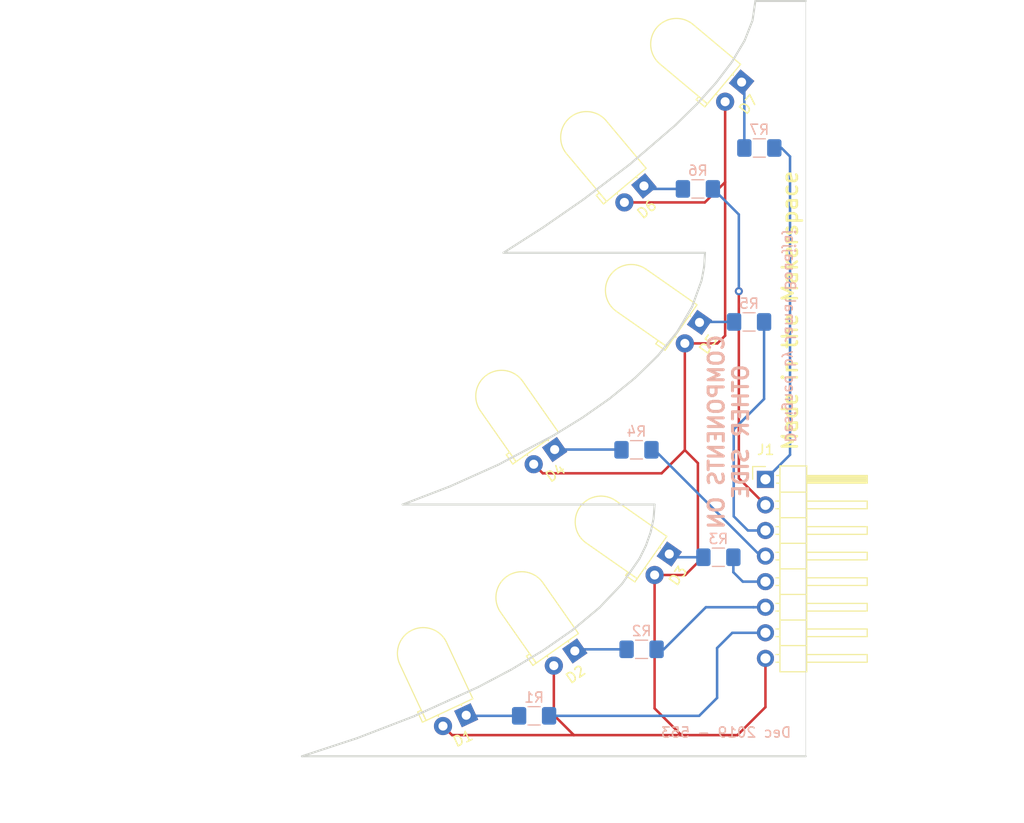
<source format=kicad_pcb>
(kicad_pcb (version 20190905) (host pcbnew "(5.99.0-229-g5b8661f2a)")

  (general
    (thickness 1.6)
    (drawings 60)
    (tracks 68)
    (modules 15)
    (nets 16)
  )

  (page "A4")
  (layers
    (0 "F.Cu" signal)
    (31 "B.Cu" signal)
    (32 "B.Adhes" user)
    (33 "F.Adhes" user)
    (34 "B.Paste" user)
    (35 "F.Paste" user)
    (36 "B.SilkS" user)
    (37 "F.SilkS" user)
    (38 "B.Mask" user)
    (39 "F.Mask" user)
    (40 "Dwgs.User" user)
    (41 "Cmts.User" user)
    (42 "Eco1.User" user)
    (43 "Eco2.User" user)
    (44 "Edge.Cuts" user)
    (45 "Margin" user)
    (46 "B.CrtYd" user)
    (47 "F.CrtYd" user)
    (48 "B.Fab" user hide)
    (49 "F.Fab" user hide)
  )

  (setup
    (last_trace_width 0.25)
    (trace_clearance 0.2)
    (zone_clearance 0.508)
    (zone_45_only no)
    (trace_min 0.2)
    (via_size 0.8)
    (via_drill 0.4)
    (via_min_size 0.4)
    (via_min_drill 0.3)
    (uvia_size 0.3)
    (uvia_drill 0.1)
    (uvias_allowed no)
    (uvia_min_size 0.2)
    (uvia_min_drill 0.1)
    (max_error 0.005)
    (defaults
      (edge_clearance 0.01)
      (edge_cuts_line_width 0.05)
      (courtyard_line_width 0.05)
      (copper_line_width 0.2)
      (copper_text_dims (size 1.5 1.5) (thickness 0.3) keep_upright)
      (silk_line_width 0.12)
      (silk_text_dims (size 1 1) (thickness 0.15) keep_upright)
      (other_layers_line_width 0.1)
      (other_layers_text_dims (size 1 1) (thickness 0.15) keep_upright)
    )
    (pad_size 1.524 1.524)
    (pad_drill 0.762)
    (pad_to_mask_clearance 0.051)
    (solder_mask_min_width 0.25)
    (aux_axis_origin 0 0)
    (visible_elements 7FFDFFFF)
    (pcbplotparams
      (layerselection 0x010f0_ffffffff)
      (usegerberextensions false)
      (usegerberattributes false)
      (usegerberadvancedattributes false)
      (creategerberjobfile false)
      (excludeedgelayer true)
      (linewidth 0.100000)
      (plotframeref false)
      (viasonmask false)
      (mode 1)
      (useauxorigin false)
      (hpglpennumber 1)
      (hpglpenspeed 20)
      (hpglpendiameter 15.000000)
      (psnegative false)
      (psa4output false)
      (plotreference true)
      (plotvalue true)
      (plotinvisibletext false)
      (padsonsilk false)
      (subtractmaskfromsilk false)
      (outputformat 1)
      (mirror false)
      (drillshape 0)
      (scaleselection 1)
      (outputdirectory "Gerber2/")
    )
  )

  (net 0 "")
  (net 1 "Net-(D1-Pad2)")
  (net 2 "Net-(D1-Pad1)")
  (net 3 "Net-(D2-Pad1)")
  (net 4 "Net-(D3-Pad1)")
  (net 5 "Net-(D4-Pad1)")
  (net 6 "Net-(D5-Pad1)")
  (net 7 "Net-(D6-Pad1)")
  (net 8 "Net-(D7-Pad1)")
  (net 9 "Net-(J1-Pad6)")
  (net 10 "Net-(J1-Pad7)")
  (net 11 "Net-(J1-Pad5)")
  (net 12 "Net-(J1-Pad4)")
  (net 13 "Net-(J1-Pad3)")
  (net 14 "Net-(J1-Pad2)")
  (net 15 "Net-(J1-Pad1)")

  (net_class "Default" "This is the default net class."
    (clearance 0.2)
    (trace_width 0.25)
    (via_dia 0.8)
    (via_drill 0.4)
    (uvia_dia 0.3)
    (uvia_drill 0.1)
    (add_net "Net-(D1-Pad1)")
    (add_net "Net-(D1-Pad2)")
    (add_net "Net-(D2-Pad1)")
    (add_net "Net-(D3-Pad1)")
    (add_net "Net-(D4-Pad1)")
    (add_net "Net-(D5-Pad1)")
    (add_net "Net-(D6-Pad1)")
    (add_net "Net-(D7-Pad1)")
    (add_net "Net-(J1-Pad1)")
    (add_net "Net-(J1-Pad2)")
    (add_net "Net-(J1-Pad3)")
    (add_net "Net-(J1-Pad4)")
    (add_net "Net-(J1-Pad5)")
    (add_net "Net-(J1-Pad6)")
    (add_net "Net-(J1-Pad7)")
  )

  (module "Resistor_SMD:R_1206_3216Metric_Pad1.42x1.75mm_HandSolder" (layer "B.Cu") (tedit 5B301BBD) (tstamp 5DC1CDA3)
    (at 215.392 69.596 180)
    (descr "Resistor SMD 1206 (3216 Metric), square (rectangular) end terminal, IPC_7351 nominal with elongated pad for handsoldering. (Body size source: http://www.tortai-tech.com/upload/download/2011102023233369053.pdf), generated with kicad-footprint-generator")
    (tags "resistor handsolder")
    (path "/5DC669FE")
    (attr smd)
    (fp_text reference "R7" (at 0 1.82 180) (layer "B.SilkS")
      (effects (font (size 1 1) (thickness 0.15)) (justify mirror))
    )
    (fp_text value "R" (at 0 -1.82 180) (layer "B.Fab")
      (effects (font (size 1 1) (thickness 0.15)) (justify mirror))
    )
    (fp_text user "%R" (at 0 0 180) (layer "B.Fab")
      (effects (font (size 0.8 0.8) (thickness 0.12)) (justify mirror))
    )
    (fp_line (start 2.45 -1.12) (end -2.45 -1.12) (layer "B.CrtYd") (width 0.05))
    (fp_line (start 2.45 1.12) (end 2.45 -1.12) (layer "B.CrtYd") (width 0.05))
    (fp_line (start -2.45 1.12) (end 2.45 1.12) (layer "B.CrtYd") (width 0.05))
    (fp_line (start -2.45 -1.12) (end -2.45 1.12) (layer "B.CrtYd") (width 0.05))
    (fp_line (start -0.602064 -0.91) (end 0.602064 -0.91) (layer "B.SilkS") (width 0.12))
    (fp_line (start -0.602064 0.91) (end 0.602064 0.91) (layer "B.SilkS") (width 0.12))
    (fp_line (start 1.6 -0.8) (end -1.6 -0.8) (layer "B.Fab") (width 0.1))
    (fp_line (start 1.6 0.8) (end 1.6 -0.8) (layer "B.Fab") (width 0.1))
    (fp_line (start -1.6 0.8) (end 1.6 0.8) (layer "B.Fab") (width 0.1))
    (fp_line (start -1.6 -0.8) (end -1.6 0.8) (layer "B.Fab") (width 0.1))
    (pad "2" smd roundrect (at 1.4875 0 180) (size 1.425 1.75) (layers "B.Cu" "B.Paste" "B.Mask") (roundrect_rratio 0.175439)
      (net 8 "Net-(D7-Pad1)"))
    (pad "1" smd roundrect (at -1.4875 0 180) (size 1.425 1.75) (layers "B.Cu" "B.Paste" "B.Mask") (roundrect_rratio 0.175439)
      (net 15 "Net-(J1-Pad1)"))
    (model "${KISYS3DMOD}/Resistor_SMD.3dshapes/R_1206_3216Metric.wrl"
      (at (xyz 0 0 0))
      (scale (xyz 1 1 1))
      (rotate (xyz 0 0 0))
    )
  )

  (module "Resistor_SMD:R_1206_3216Metric_Pad1.42x1.75mm_HandSolder" (layer "B.Cu") (tedit 5B301BBD) (tstamp 5DC1CE76)
    (at 209.296 73.66 180)
    (descr "Resistor SMD 1206 (3216 Metric), square (rectangular) end terminal, IPC_7351 nominal with elongated pad for handsoldering. (Body size source: http://www.tortai-tech.com/upload/download/2011102023233369053.pdf), generated with kicad-footprint-generator")
    (tags "resistor handsolder")
    (path "/5DC66765")
    (attr smd)
    (fp_text reference "R6" (at 0 1.82) (layer "B.SilkS")
      (effects (font (size 1 1) (thickness 0.15)) (justify mirror))
    )
    (fp_text value "R" (at 0 -1.82) (layer "B.Fab")
      (effects (font (size 1 1) (thickness 0.15)) (justify mirror))
    )
    (fp_text user "%R" (at 0 0) (layer "B.Fab")
      (effects (font (size 0.8 0.8) (thickness 0.12)) (justify mirror))
    )
    (fp_line (start 2.45 -1.12) (end -2.45 -1.12) (layer "B.CrtYd") (width 0.05))
    (fp_line (start 2.45 1.12) (end 2.45 -1.12) (layer "B.CrtYd") (width 0.05))
    (fp_line (start -2.45 1.12) (end 2.45 1.12) (layer "B.CrtYd") (width 0.05))
    (fp_line (start -2.45 -1.12) (end -2.45 1.12) (layer "B.CrtYd") (width 0.05))
    (fp_line (start -0.602064 -0.91) (end 0.602064 -0.91) (layer "B.SilkS") (width 0.12))
    (fp_line (start -0.602064 0.91) (end 0.602064 0.91) (layer "B.SilkS") (width 0.12))
    (fp_line (start 1.6 -0.8) (end -1.6 -0.8) (layer "B.Fab") (width 0.1))
    (fp_line (start 1.6 0.8) (end 1.6 -0.8) (layer "B.Fab") (width 0.1))
    (fp_line (start -1.6 0.8) (end 1.6 0.8) (layer "B.Fab") (width 0.1))
    (fp_line (start -1.6 -0.8) (end -1.6 0.8) (layer "B.Fab") (width 0.1))
    (pad "2" smd roundrect (at 1.4875 0 180) (size 1.425 1.75) (layers "B.Cu" "B.Paste" "B.Mask") (roundrect_rratio 0.175439)
      (net 7 "Net-(D6-Pad1)"))
    (pad "1" smd roundrect (at -1.4875 0 180) (size 1.425 1.75) (layers "B.Cu" "B.Paste" "B.Mask") (roundrect_rratio 0.175439)
      (net 14 "Net-(J1-Pad2)"))
    (model "${KISYS3DMOD}/Resistor_SMD.3dshapes/R_1206_3216Metric.wrl"
      (at (xyz 0 0 0))
      (scale (xyz 1 1 1))
      (rotate (xyz 0 0 0))
    )
  )

  (module "Resistor_SMD:R_1206_3216Metric_Pad1.42x1.75mm_HandSolder" (layer "B.Cu") (tedit 5B301BBD) (tstamp 5DC1CD81)
    (at 214.376 86.868 180)
    (descr "Resistor SMD 1206 (3216 Metric), square (rectangular) end terminal, IPC_7351 nominal with elongated pad for handsoldering. (Body size source: http://www.tortai-tech.com/upload/download/2011102023233369053.pdf), generated with kicad-footprint-generator")
    (tags "resistor handsolder")
    (path "/5DC664CC")
    (attr smd)
    (fp_text reference "R5" (at 0 1.82) (layer "B.SilkS")
      (effects (font (size 1 1) (thickness 0.15)) (justify mirror))
    )
    (fp_text value "R" (at 0 -1.82) (layer "B.Fab")
      (effects (font (size 1 1) (thickness 0.15)) (justify mirror))
    )
    (fp_text user "%R" (at 0 0) (layer "B.Fab")
      (effects (font (size 0.8 0.8) (thickness 0.12)) (justify mirror))
    )
    (fp_line (start 2.45 -1.12) (end -2.45 -1.12) (layer "B.CrtYd") (width 0.05))
    (fp_line (start 2.45 1.12) (end 2.45 -1.12) (layer "B.CrtYd") (width 0.05))
    (fp_line (start -2.45 1.12) (end 2.45 1.12) (layer "B.CrtYd") (width 0.05))
    (fp_line (start -2.45 -1.12) (end -2.45 1.12) (layer "B.CrtYd") (width 0.05))
    (fp_line (start -0.602064 -0.91) (end 0.602064 -0.91) (layer "B.SilkS") (width 0.12))
    (fp_line (start -0.602064 0.91) (end 0.602064 0.91) (layer "B.SilkS") (width 0.12))
    (fp_line (start 1.6 -0.8) (end -1.6 -0.8) (layer "B.Fab") (width 0.1))
    (fp_line (start 1.6 0.8) (end 1.6 -0.8) (layer "B.Fab") (width 0.1))
    (fp_line (start -1.6 0.8) (end 1.6 0.8) (layer "B.Fab") (width 0.1))
    (fp_line (start -1.6 -0.8) (end -1.6 0.8) (layer "B.Fab") (width 0.1))
    (pad "2" smd roundrect (at 1.4875 0 180) (size 1.425 1.75) (layers "B.Cu" "B.Paste" "B.Mask") (roundrect_rratio 0.175439)
      (net 6 "Net-(D5-Pad1)"))
    (pad "1" smd roundrect (at -1.4875 0 180) (size 1.425 1.75) (layers "B.Cu" "B.Paste" "B.Mask") (roundrect_rratio 0.175439)
      (net 13 "Net-(J1-Pad3)"))
    (model "${KISYS3DMOD}/Resistor_SMD.3dshapes/R_1206_3216Metric.wrl"
      (at (xyz 0 0 0))
      (scale (xyz 1 1 1))
      (rotate (xyz 0 0 0))
    )
  )

  (module "Resistor_SMD:R_1206_3216Metric_Pad1.42x1.75mm_HandSolder" (layer "B.Cu") (tedit 5B301BBD) (tstamp 5DC1CE35)
    (at 203.2 99.568 180)
    (descr "Resistor SMD 1206 (3216 Metric), square (rectangular) end terminal, IPC_7351 nominal with elongated pad for handsoldering. (Body size source: http://www.tortai-tech.com/upload/download/2011102023233369053.pdf), generated with kicad-footprint-generator")
    (tags "resistor handsolder")
    (path "/5DC662DB")
    (attr smd)
    (fp_text reference "R4" (at 0 1.82) (layer "B.SilkS")
      (effects (font (size 1 1) (thickness 0.15)) (justify mirror))
    )
    (fp_text value "R" (at 0 -1.82) (layer "B.Fab")
      (effects (font (size 1 1) (thickness 0.15)) (justify mirror))
    )
    (fp_text user "%R" (at 0 0) (layer "B.Fab")
      (effects (font (size 0.8 0.8) (thickness 0.12)) (justify mirror))
    )
    (fp_line (start 2.45 -1.12) (end -2.45 -1.12) (layer "B.CrtYd") (width 0.05))
    (fp_line (start 2.45 1.12) (end 2.45 -1.12) (layer "B.CrtYd") (width 0.05))
    (fp_line (start -2.45 1.12) (end 2.45 1.12) (layer "B.CrtYd") (width 0.05))
    (fp_line (start -2.45 -1.12) (end -2.45 1.12) (layer "B.CrtYd") (width 0.05))
    (fp_line (start -0.602064 -0.91) (end 0.602064 -0.91) (layer "B.SilkS") (width 0.12))
    (fp_line (start -0.602064 0.91) (end 0.602064 0.91) (layer "B.SilkS") (width 0.12))
    (fp_line (start 1.6 -0.8) (end -1.6 -0.8) (layer "B.Fab") (width 0.1))
    (fp_line (start 1.6 0.8) (end 1.6 -0.8) (layer "B.Fab") (width 0.1))
    (fp_line (start -1.6 0.8) (end 1.6 0.8) (layer "B.Fab") (width 0.1))
    (fp_line (start -1.6 -0.8) (end -1.6 0.8) (layer "B.Fab") (width 0.1))
    (pad "2" smd roundrect (at 1.4875 0 180) (size 1.425 1.75) (layers "B.Cu" "B.Paste" "B.Mask") (roundrect_rratio 0.175439)
      (net 5 "Net-(D4-Pad1)"))
    (pad "1" smd roundrect (at -1.4875 0 180) (size 1.425 1.75) (layers "B.Cu" "B.Paste" "B.Mask") (roundrect_rratio 0.175439)
      (net 12 "Net-(J1-Pad4)"))
    (model "${KISYS3DMOD}/Resistor_SMD.3dshapes/R_1206_3216Metric.wrl"
      (at (xyz 0 0 0))
      (scale (xyz 1 1 1))
      (rotate (xyz 0 0 0))
    )
  )

  (module "Resistor_SMD:R_1206_3216Metric_Pad1.42x1.75mm_HandSolder" (layer "B.Cu") (tedit 5B301BBD) (tstamp 5DC1CD5F)
    (at 211.328 110.236 180)
    (descr "Resistor SMD 1206 (3216 Metric), square (rectangular) end terminal, IPC_7351 nominal with elongated pad for handsoldering. (Body size source: http://www.tortai-tech.com/upload/download/2011102023233369053.pdf), generated with kicad-footprint-generator")
    (tags "resistor handsolder")
    (path "/5DC6608A")
    (attr smd)
    (fp_text reference "R3" (at 0 1.82) (layer "B.SilkS")
      (effects (font (size 1 1) (thickness 0.15)) (justify mirror))
    )
    (fp_text value "R" (at 0 -1.82) (layer "B.Fab")
      (effects (font (size 1 1) (thickness 0.15)) (justify mirror))
    )
    (fp_text user "%R" (at 0 0) (layer "B.Fab")
      (effects (font (size 0.8 0.8) (thickness 0.12)) (justify mirror))
    )
    (fp_line (start 2.45 -1.12) (end -2.45 -1.12) (layer "B.CrtYd") (width 0.05))
    (fp_line (start 2.45 1.12) (end 2.45 -1.12) (layer "B.CrtYd") (width 0.05))
    (fp_line (start -2.45 1.12) (end 2.45 1.12) (layer "B.CrtYd") (width 0.05))
    (fp_line (start -2.45 -1.12) (end -2.45 1.12) (layer "B.CrtYd") (width 0.05))
    (fp_line (start -0.602064 -0.91) (end 0.602064 -0.91) (layer "B.SilkS") (width 0.12))
    (fp_line (start -0.602064 0.91) (end 0.602064 0.91) (layer "B.SilkS") (width 0.12))
    (fp_line (start 1.6 -0.8) (end -1.6 -0.8) (layer "B.Fab") (width 0.1))
    (fp_line (start 1.6 0.8) (end 1.6 -0.8) (layer "B.Fab") (width 0.1))
    (fp_line (start -1.6 0.8) (end 1.6 0.8) (layer "B.Fab") (width 0.1))
    (fp_line (start -1.6 -0.8) (end -1.6 0.8) (layer "B.Fab") (width 0.1))
    (pad "2" smd roundrect (at 1.4875 0 180) (size 1.425 1.75) (layers "B.Cu" "B.Paste" "B.Mask") (roundrect_rratio 0.175439)
      (net 4 "Net-(D3-Pad1)"))
    (pad "1" smd roundrect (at -1.4875 0 180) (size 1.425 1.75) (layers "B.Cu" "B.Paste" "B.Mask") (roundrect_rratio 0.175439)
      (net 11 "Net-(J1-Pad5)"))
    (model "${KISYS3DMOD}/Resistor_SMD.3dshapes/R_1206_3216Metric.wrl"
      (at (xyz 0 0 0))
      (scale (xyz 1 1 1))
      (rotate (xyz 0 0 0))
    )
  )

  (module "Resistor_SMD:R_1206_3216Metric_Pad1.42x1.75mm_HandSolder" (layer "B.Cu") (tedit 5B301BBD) (tstamp 5DC1CD4E)
    (at 203.708 119.38 180)
    (descr "Resistor SMD 1206 (3216 Metric), square (rectangular) end terminal, IPC_7351 nominal with elongated pad for handsoldering. (Body size source: http://www.tortai-tech.com/upload/download/2011102023233369053.pdf), generated with kicad-footprint-generator")
    (tags "resistor handsolder")
    (path "/5DC65E20")
    (attr smd)
    (fp_text reference "R2" (at 0 1.82) (layer "B.SilkS")
      (effects (font (size 1 1) (thickness 0.15)) (justify mirror))
    )
    (fp_text value "R" (at 0 -1.82) (layer "B.Fab")
      (effects (font (size 1 1) (thickness 0.15)) (justify mirror))
    )
    (fp_text user "%R" (at 0 0) (layer "B.Fab")
      (effects (font (size 0.8 0.8) (thickness 0.12)) (justify mirror))
    )
    (fp_line (start 2.45 -1.12) (end -2.45 -1.12) (layer "B.CrtYd") (width 0.05))
    (fp_line (start 2.45 1.12) (end 2.45 -1.12) (layer "B.CrtYd") (width 0.05))
    (fp_line (start -2.45 1.12) (end 2.45 1.12) (layer "B.CrtYd") (width 0.05))
    (fp_line (start -2.45 -1.12) (end -2.45 1.12) (layer "B.CrtYd") (width 0.05))
    (fp_line (start -0.602064 -0.91) (end 0.602064 -0.91) (layer "B.SilkS") (width 0.12))
    (fp_line (start -0.602064 0.91) (end 0.602064 0.91) (layer "B.SilkS") (width 0.12))
    (fp_line (start 1.6 -0.8) (end -1.6 -0.8) (layer "B.Fab") (width 0.1))
    (fp_line (start 1.6 0.8) (end 1.6 -0.8) (layer "B.Fab") (width 0.1))
    (fp_line (start -1.6 0.8) (end 1.6 0.8) (layer "B.Fab") (width 0.1))
    (fp_line (start -1.6 -0.8) (end -1.6 0.8) (layer "B.Fab") (width 0.1))
    (pad "2" smd roundrect (at 1.4875 0 180) (size 1.425 1.75) (layers "B.Cu" "B.Paste" "B.Mask") (roundrect_rratio 0.175439)
      (net 3 "Net-(D2-Pad1)"))
    (pad "1" smd roundrect (at -1.4875 0 180) (size 1.425 1.75) (layers "B.Cu" "B.Paste" "B.Mask") (roundrect_rratio 0.175439)
      (net 9 "Net-(J1-Pad6)"))
    (model "${KISYS3DMOD}/Resistor_SMD.3dshapes/R_1206_3216Metric.wrl"
      (at (xyz 0 0 0))
      (scale (xyz 1 1 1))
      (rotate (xyz 0 0 0))
    )
  )

  (module "Resistor_SMD:R_1206_3216Metric_Pad1.42x1.75mm_HandSolder" (layer "B.Cu") (tedit 5B301BBD) (tstamp 5DC1CD3D)
    (at 193.04 125.984 180)
    (descr "Resistor SMD 1206 (3216 Metric), square (rectangular) end terminal, IPC_7351 nominal with elongated pad for handsoldering. (Body size source: http://www.tortai-tech.com/upload/download/2011102023233369053.pdf), generated with kicad-footprint-generator")
    (tags "resistor handsolder")
    (path "/5DC586FE")
    (attr smd)
    (fp_text reference "R1" (at 0 1.82) (layer "B.SilkS")
      (effects (font (size 1 1) (thickness 0.15)) (justify mirror))
    )
    (fp_text value "R" (at 0 -1.82) (layer "B.Fab")
      (effects (font (size 1 1) (thickness 0.15)) (justify mirror))
    )
    (fp_text user "%R" (at 0 0) (layer "B.Fab")
      (effects (font (size 0.8 0.8) (thickness 0.12)) (justify mirror))
    )
    (fp_line (start 2.45 -1.12) (end -2.45 -1.12) (layer "B.CrtYd") (width 0.05))
    (fp_line (start 2.45 1.12) (end 2.45 -1.12) (layer "B.CrtYd") (width 0.05))
    (fp_line (start -2.45 1.12) (end 2.45 1.12) (layer "B.CrtYd") (width 0.05))
    (fp_line (start -2.45 -1.12) (end -2.45 1.12) (layer "B.CrtYd") (width 0.05))
    (fp_line (start -0.602064 -0.91) (end 0.602064 -0.91) (layer "B.SilkS") (width 0.12))
    (fp_line (start -0.602064 0.91) (end 0.602064 0.91) (layer "B.SilkS") (width 0.12))
    (fp_line (start 1.6 -0.8) (end -1.6 -0.8) (layer "B.Fab") (width 0.1))
    (fp_line (start 1.6 0.8) (end 1.6 -0.8) (layer "B.Fab") (width 0.1))
    (fp_line (start -1.6 0.8) (end 1.6 0.8) (layer "B.Fab") (width 0.1))
    (fp_line (start -1.6 -0.8) (end -1.6 0.8) (layer "B.Fab") (width 0.1))
    (pad "2" smd roundrect (at 1.4875 0 180) (size 1.425 1.75) (layers "B.Cu" "B.Paste" "B.Mask") (roundrect_rratio 0.175439)
      (net 2 "Net-(D1-Pad1)"))
    (pad "1" smd roundrect (at -1.4875 0 180) (size 1.425 1.75) (layers "B.Cu" "B.Paste" "B.Mask") (roundrect_rratio 0.175439)
      (net 10 "Net-(J1-Pad7)"))
    (model "${KISYS3DMOD}/Resistor_SMD.3dshapes/R_1206_3216Metric.wrl"
      (at (xyz 0 0 0))
      (scale (xyz 1 1 1))
      (rotate (xyz 0 0 0))
    )
  )

  (module "Connector_PinHeader_2.54mm:PinHeader_1x08_P2.54mm_Horizontal" (layer "F.Cu") (tedit 59FED5CB) (tstamp 5CF44C48)
    (at 216 102.5)
    (descr "Through hole angled pin header, 1x08, 2.54mm pitch, 6mm pin length, single row")
    (tags "Through hole angled pin header THT 1x08 2.54mm single row")
    (path "/5CF4DA88")
    (fp_text reference "J1" (at 0.027 -2.932) (layer "F.SilkS")
      (effects (font (size 1 1) (thickness 0.15)))
    )
    (fp_text value "Conn_01x08" (at 4.385 20.05) (layer "F.Fab")
      (effects (font (size 1 1) (thickness 0.15)))
    )
    (fp_line (start 2.135 -1.27) (end 4.04 -1.27) (layer "F.Fab") (width 0.1))
    (fp_line (start 4.04 -1.27) (end 4.04 19.05) (layer "F.Fab") (width 0.1))
    (fp_line (start 4.04 19.05) (end 1.5 19.05) (layer "F.Fab") (width 0.1))
    (fp_line (start 1.5 19.05) (end 1.5 -0.635) (layer "F.Fab") (width 0.1))
    (fp_line (start 1.5 -0.635) (end 2.135 -1.27) (layer "F.Fab") (width 0.1))
    (fp_line (start -0.32 -0.32) (end 1.5 -0.32) (layer "F.Fab") (width 0.1))
    (fp_line (start -0.32 -0.32) (end -0.32 0.32) (layer "F.Fab") (width 0.1))
    (fp_line (start -0.32 0.32) (end 1.5 0.32) (layer "F.Fab") (width 0.1))
    (fp_line (start 4.04 -0.32) (end 10.04 -0.32) (layer "F.Fab") (width 0.1))
    (fp_line (start 10.04 -0.32) (end 10.04 0.32) (layer "F.Fab") (width 0.1))
    (fp_line (start 4.04 0.32) (end 10.04 0.32) (layer "F.Fab") (width 0.1))
    (fp_line (start -0.32 2.22) (end 1.5 2.22) (layer "F.Fab") (width 0.1))
    (fp_line (start -0.32 2.22) (end -0.32 2.86) (layer "F.Fab") (width 0.1))
    (fp_line (start -0.32 2.86) (end 1.5 2.86) (layer "F.Fab") (width 0.1))
    (fp_line (start 4.04 2.22) (end 10.04 2.22) (layer "F.Fab") (width 0.1))
    (fp_line (start 10.04 2.22) (end 10.04 2.86) (layer "F.Fab") (width 0.1))
    (fp_line (start 4.04 2.86) (end 10.04 2.86) (layer "F.Fab") (width 0.1))
    (fp_line (start -0.32 4.76) (end 1.5 4.76) (layer "F.Fab") (width 0.1))
    (fp_line (start -0.32 4.76) (end -0.32 5.4) (layer "F.Fab") (width 0.1))
    (fp_line (start -0.32 5.4) (end 1.5 5.4) (layer "F.Fab") (width 0.1))
    (fp_line (start 4.04 4.76) (end 10.04 4.76) (layer "F.Fab") (width 0.1))
    (fp_line (start 10.04 4.76) (end 10.04 5.4) (layer "F.Fab") (width 0.1))
    (fp_line (start 4.04 5.4) (end 10.04 5.4) (layer "F.Fab") (width 0.1))
    (fp_line (start -0.32 7.3) (end 1.5 7.3) (layer "F.Fab") (width 0.1))
    (fp_line (start -0.32 7.3) (end -0.32 7.94) (layer "F.Fab") (width 0.1))
    (fp_line (start -0.32 7.94) (end 1.5 7.94) (layer "F.Fab") (width 0.1))
    (fp_line (start 4.04 7.3) (end 10.04 7.3) (layer "F.Fab") (width 0.1))
    (fp_line (start 10.04 7.3) (end 10.04 7.94) (layer "F.Fab") (width 0.1))
    (fp_line (start 4.04 7.94) (end 10.04 7.94) (layer "F.Fab") (width 0.1))
    (fp_line (start -0.32 9.84) (end 1.5 9.84) (layer "F.Fab") (width 0.1))
    (fp_line (start -0.32 9.84) (end -0.32 10.48) (layer "F.Fab") (width 0.1))
    (fp_line (start -0.32 10.48) (end 1.5 10.48) (layer "F.Fab") (width 0.1))
    (fp_line (start 4.04 9.84) (end 10.04 9.84) (layer "F.Fab") (width 0.1))
    (fp_line (start 10.04 9.84) (end 10.04 10.48) (layer "F.Fab") (width 0.1))
    (fp_line (start 4.04 10.48) (end 10.04 10.48) (layer "F.Fab") (width 0.1))
    (fp_line (start -0.32 12.38) (end 1.5 12.38) (layer "F.Fab") (width 0.1))
    (fp_line (start -0.32 12.38) (end -0.32 13.02) (layer "F.Fab") (width 0.1))
    (fp_line (start -0.32 13.02) (end 1.5 13.02) (layer "F.Fab") (width 0.1))
    (fp_line (start 4.04 12.38) (end 10.04 12.38) (layer "F.Fab") (width 0.1))
    (fp_line (start 10.04 12.38) (end 10.04 13.02) (layer "F.Fab") (width 0.1))
    (fp_line (start 4.04 13.02) (end 10.04 13.02) (layer "F.Fab") (width 0.1))
    (fp_line (start -0.32 14.92) (end 1.5 14.92) (layer "F.Fab") (width 0.1))
    (fp_line (start -0.32 14.92) (end -0.32 15.56) (layer "F.Fab") (width 0.1))
    (fp_line (start -0.32 15.56) (end 1.5 15.56) (layer "F.Fab") (width 0.1))
    (fp_line (start 4.04 14.92) (end 10.04 14.92) (layer "F.Fab") (width 0.1))
    (fp_line (start 10.04 14.92) (end 10.04 15.56) (layer "F.Fab") (width 0.1))
    (fp_line (start 4.04 15.56) (end 10.04 15.56) (layer "F.Fab") (width 0.1))
    (fp_line (start -0.32 17.46) (end 1.5 17.46) (layer "F.Fab") (width 0.1))
    (fp_line (start -0.32 17.46) (end -0.32 18.1) (layer "F.Fab") (width 0.1))
    (fp_line (start -0.32 18.1) (end 1.5 18.1) (layer "F.Fab") (width 0.1))
    (fp_line (start 4.04 17.46) (end 10.04 17.46) (layer "F.Fab") (width 0.1))
    (fp_line (start 10.04 17.46) (end 10.04 18.1) (layer "F.Fab") (width 0.1))
    (fp_line (start 4.04 18.1) (end 10.04 18.1) (layer "F.Fab") (width 0.1))
    (fp_line (start 1.44 -1.33) (end 1.44 19.11) (layer "F.SilkS") (width 0.12))
    (fp_line (start 1.44 19.11) (end 4.1 19.11) (layer "F.SilkS") (width 0.12))
    (fp_line (start 4.1 19.11) (end 4.1 -1.33) (layer "F.SilkS") (width 0.12))
    (fp_line (start 4.1 -1.33) (end 1.44 -1.33) (layer "F.SilkS") (width 0.12))
    (fp_line (start 4.1 -0.38) (end 10.1 -0.38) (layer "F.SilkS") (width 0.12))
    (fp_line (start 10.1 -0.38) (end 10.1 0.38) (layer "F.SilkS") (width 0.12))
    (fp_line (start 10.1 0.38) (end 4.1 0.38) (layer "F.SilkS") (width 0.12))
    (fp_line (start 4.1 -0.32) (end 10.1 -0.32) (layer "F.SilkS") (width 0.12))
    (fp_line (start 4.1 -0.2) (end 10.1 -0.2) (layer "F.SilkS") (width 0.12))
    (fp_line (start 4.1 -0.08) (end 10.1 -0.08) (layer "F.SilkS") (width 0.12))
    (fp_line (start 4.1 0.04) (end 10.1 0.04) (layer "F.SilkS") (width 0.12))
    (fp_line (start 4.1 0.16) (end 10.1 0.16) (layer "F.SilkS") (width 0.12))
    (fp_line (start 4.1 0.28) (end 10.1 0.28) (layer "F.SilkS") (width 0.12))
    (fp_line (start 1.11 -0.38) (end 1.44 -0.38) (layer "F.SilkS") (width 0.12))
    (fp_line (start 1.11 0.38) (end 1.44 0.38) (layer "F.SilkS") (width 0.12))
    (fp_line (start 1.44 1.27) (end 4.1 1.27) (layer "F.SilkS") (width 0.12))
    (fp_line (start 4.1 2.16) (end 10.1 2.16) (layer "F.SilkS") (width 0.12))
    (fp_line (start 10.1 2.16) (end 10.1 2.92) (layer "F.SilkS") (width 0.12))
    (fp_line (start 10.1 2.92) (end 4.1 2.92) (layer "F.SilkS") (width 0.12))
    (fp_line (start 1.042929 2.16) (end 1.44 2.16) (layer "F.SilkS") (width 0.12))
    (fp_line (start 1.042929 2.92) (end 1.44 2.92) (layer "F.SilkS") (width 0.12))
    (fp_line (start 1.44 3.81) (end 4.1 3.81) (layer "F.SilkS") (width 0.12))
    (fp_line (start 4.1 4.7) (end 10.1 4.7) (layer "F.SilkS") (width 0.12))
    (fp_line (start 10.1 4.7) (end 10.1 5.46) (layer "F.SilkS") (width 0.12))
    (fp_line (start 10.1 5.46) (end 4.1 5.46) (layer "F.SilkS") (width 0.12))
    (fp_line (start 1.042929 4.7) (end 1.44 4.7) (layer "F.SilkS") (width 0.12))
    (fp_line (start 1.042929 5.46) (end 1.44 5.46) (layer "F.SilkS") (width 0.12))
    (fp_line (start 1.44 6.35) (end 4.1 6.35) (layer "F.SilkS") (width 0.12))
    (fp_line (start 4.1 7.24) (end 10.1 7.24) (layer "F.SilkS") (width 0.12))
    (fp_line (start 10.1 7.24) (end 10.1 8) (layer "F.SilkS") (width 0.12))
    (fp_line (start 10.1 8) (end 4.1 8) (layer "F.SilkS") (width 0.12))
    (fp_line (start 1.042929 7.24) (end 1.44 7.24) (layer "F.SilkS") (width 0.12))
    (fp_line (start 1.042929 8) (end 1.44 8) (layer "F.SilkS") (width 0.12))
    (fp_line (start 1.44 8.89) (end 4.1 8.89) (layer "F.SilkS") (width 0.12))
    (fp_line (start 4.1 9.78) (end 10.1 9.78) (layer "F.SilkS") (width 0.12))
    (fp_line (start 10.1 9.78) (end 10.1 10.54) (layer "F.SilkS") (width 0.12))
    (fp_line (start 10.1 10.54) (end 4.1 10.54) (layer "F.SilkS") (width 0.12))
    (fp_line (start 1.042929 9.78) (end 1.44 9.78) (layer "F.SilkS") (width 0.12))
    (fp_line (start 1.042929 10.54) (end 1.44 10.54) (layer "F.SilkS") (width 0.12))
    (fp_line (start 1.44 11.43) (end 4.1 11.43) (layer "F.SilkS") (width 0.12))
    (fp_line (start 4.1 12.32) (end 10.1 12.32) (layer "F.SilkS") (width 0.12))
    (fp_line (start 10.1 12.32) (end 10.1 13.08) (layer "F.SilkS") (width 0.12))
    (fp_line (start 10.1 13.08) (end 4.1 13.08) (layer "F.SilkS") (width 0.12))
    (fp_line (start 1.042929 12.32) (end 1.44 12.32) (layer "F.SilkS") (width 0.12))
    (fp_line (start 1.042929 13.08) (end 1.44 13.08) (layer "F.SilkS") (width 0.12))
    (fp_line (start 1.44 13.97) (end 4.1 13.97) (layer "F.SilkS") (width 0.12))
    (fp_line (start 4.1 14.86) (end 10.1 14.86) (layer "F.SilkS") (width 0.12))
    (fp_line (start 10.1 14.86) (end 10.1 15.62) (layer "F.SilkS") (width 0.12))
    (fp_line (start 10.1 15.62) (end 4.1 15.62) (layer "F.SilkS") (width 0.12))
    (fp_line (start 1.042929 14.86) (end 1.44 14.86) (layer "F.SilkS") (width 0.12))
    (fp_line (start 1.042929 15.62) (end 1.44 15.62) (layer "F.SilkS") (width 0.12))
    (fp_line (start 1.44 16.51) (end 4.1 16.51) (layer "F.SilkS") (width 0.12))
    (fp_line (start 4.1 17.4) (end 10.1 17.4) (layer "F.SilkS") (width 0.12))
    (fp_line (start 10.1 17.4) (end 10.1 18.16) (layer "F.SilkS") (width 0.12))
    (fp_line (start 10.1 18.16) (end 4.1 18.16) (layer "F.SilkS") (width 0.12))
    (fp_line (start 1.042929 17.4) (end 1.44 17.4) (layer "F.SilkS") (width 0.12))
    (fp_line (start 1.042929 18.16) (end 1.44 18.16) (layer "F.SilkS") (width 0.12))
    (fp_line (start -1.27 0) (end -1.27 -1.27) (layer "F.SilkS") (width 0.12))
    (fp_line (start -1.27 -1.27) (end 0 -1.27) (layer "F.SilkS") (width 0.12))
    (fp_line (start -1.8 -1.8) (end -1.8 19.55) (layer "F.CrtYd") (width 0.05))
    (fp_line (start -1.8 19.55) (end 10.55 19.55) (layer "F.CrtYd") (width 0.05))
    (fp_line (start 10.55 19.55) (end 10.55 -1.8) (layer "F.CrtYd") (width 0.05))
    (fp_line (start 10.55 -1.8) (end -1.8 -1.8) (layer "F.CrtYd") (width 0.05))
    (fp_text user "%R" (at 2.77 8.89 90) (layer "F.Fab")
      (effects (font (size 1 1) (thickness 0.15)))
    )
    (pad "8" thru_hole oval (at 0 17.78) (size 1.7 1.7) (drill 1) (layers *.Cu *.Mask)
      (net 1 "Net-(D1-Pad2)"))
    (pad "7" thru_hole oval (at 0 15.24) (size 1.7 1.7) (drill 1) (layers *.Cu *.Mask)
      (net 10 "Net-(J1-Pad7)"))
    (pad "6" thru_hole oval (at 0 12.7) (size 1.7 1.7) (drill 1) (layers *.Cu *.Mask)
      (net 9 "Net-(J1-Pad6)"))
    (pad "5" thru_hole oval (at 0 10.16) (size 1.7 1.7) (drill 1) (layers *.Cu *.Mask)
      (net 11 "Net-(J1-Pad5)"))
    (pad "4" thru_hole oval (at 0 7.62) (size 1.7 1.7) (drill 1) (layers *.Cu *.Mask)
      (net 12 "Net-(J1-Pad4)"))
    (pad "3" thru_hole oval (at 0 5.08) (size 1.7 1.7) (drill 1) (layers *.Cu *.Mask)
      (net 13 "Net-(J1-Pad3)"))
    (pad "2" thru_hole oval (at 0 2.54) (size 1.7 1.7) (drill 1) (layers *.Cu *.Mask)
      (net 14 "Net-(J1-Pad2)"))
    (pad "1" thru_hole rect (at 0 0) (size 1.7 1.7) (drill 1) (layers *.Cu *.Mask)
      (net 15 "Net-(J1-Pad1)"))
    (model "${KISYS3DMOD}/Connector_PinHeader_2.54mm.3dshapes/PinHeader_1x08_P2.54mm_Horizontal.wrl"
      (at (xyz 0 0 0))
      (scale (xyz 1 1 1))
      (rotate (xyz 0 0 0))
    )
  )

  (module "LED_THT:LED_D5.0mm_Horizontal_O1.27mm_Z3.0mm" (layer "F.Cu") (tedit 5880A862) (tstamp 5CF4BF07)
    (at 206.456884 109.919354 -125)
    (descr "LED, diameter 5.0mm z-position of LED center 3.0mm, 2 pins")
    (tags "LED diameter 5.0mm z-position of LED center 3.0mm 2 pins")
    (path "/5DC5D16A")
    (fp_text reference "D3" (at 1.27 -1.96 55) (layer "F.SilkS")
      (effects (font (size 1 1) (thickness 0.15)))
    )
    (fp_text value "LED_ALT" (at 1.27 10.93 55) (layer "F.Fab")
      (effects (font (size 1 1) (thickness 0.15)))
    )
    (fp_arc (start 1.27 7.37) (end -1.23 7.37) (angle -180) (layer "F.Fab") (width 0.1))
    (fp_arc (start 1.27 7.37) (end -1.29 7.37) (angle -180) (layer "F.SilkS") (width 0.12))
    (fp_line (start -1.23 1.27) (end -1.23 7.37) (layer "F.Fab") (width 0.1))
    (fp_line (start 3.77 1.27) (end 3.77 7.37) (layer "F.Fab") (width 0.1))
    (fp_line (start -1.23 1.27) (end 3.77 1.27) (layer "F.Fab") (width 0.1))
    (fp_line (start 4.17 1.27) (end 4.17 2.27) (layer "F.Fab") (width 0.1))
    (fp_line (start 4.17 2.27) (end 3.77 2.27) (layer "F.Fab") (width 0.1))
    (fp_line (start 3.77 2.27) (end 3.77 1.27) (layer "F.Fab") (width 0.1))
    (fp_line (start 3.77 1.27) (end 4.17 1.27) (layer "F.Fab") (width 0.1))
    (fp_line (start 0 0) (end 0 1.27) (layer "F.Fab") (width 0.1))
    (fp_line (start 0 1.27) (end 0 1.27) (layer "F.Fab") (width 0.1))
    (fp_line (start 0 1.27) (end 0 0) (layer "F.Fab") (width 0.1))
    (fp_line (start 0 0) (end 0 0) (layer "F.Fab") (width 0.1))
    (fp_line (start 2.54 0) (end 2.54 1.27) (layer "F.Fab") (width 0.1))
    (fp_line (start 2.54 1.27) (end 2.54 1.27) (layer "F.Fab") (width 0.1))
    (fp_line (start 2.54 1.27) (end 2.54 0) (layer "F.Fab") (width 0.1))
    (fp_line (start 2.54 0) (end 2.54 0) (layer "F.Fab") (width 0.1))
    (fp_line (start -1.29 1.21) (end -1.29 7.37) (layer "F.SilkS") (width 0.12))
    (fp_line (start 3.83 1.21) (end 3.83 7.37) (layer "F.SilkS") (width 0.12))
    (fp_line (start -1.29 1.21) (end 3.83 1.21) (layer "F.SilkS") (width 0.12))
    (fp_line (start 4.23 1.21) (end 4.23 2.33) (layer "F.SilkS") (width 0.12))
    (fp_line (start 4.23 2.33) (end 3.83 2.33) (layer "F.SilkS") (width 0.12))
    (fp_line (start 3.83 2.33) (end 3.83 1.21) (layer "F.SilkS") (width 0.12))
    (fp_line (start 3.83 1.21) (end 4.23 1.21) (layer "F.SilkS") (width 0.12))
    (fp_line (start 0 1.08) (end 0 1.21) (layer "F.SilkS") (width 0.12))
    (fp_line (start 0 1.21) (end 0 1.21) (layer "F.SilkS") (width 0.12))
    (fp_line (start 0 1.21) (end 0 1.08) (layer "F.SilkS") (width 0.12))
    (fp_line (start 0 1.08) (end 0 1.08) (layer "F.SilkS") (width 0.12))
    (fp_line (start 2.54 1.08) (end 2.54 1.21) (layer "F.SilkS") (width 0.12))
    (fp_line (start 2.54 1.21) (end 2.54 1.21) (layer "F.SilkS") (width 0.12))
    (fp_line (start 2.54 1.21) (end 2.54 1.08) (layer "F.SilkS") (width 0.12))
    (fp_line (start 2.54 1.08) (end 2.54 1.08) (layer "F.SilkS") (width 0.12))
    (fp_line (start -1.95 -1.25) (end -1.95 10.2) (layer "F.CrtYd") (width 0.05))
    (fp_line (start -1.95 10.2) (end 4.5 10.2) (layer "F.CrtYd") (width 0.05))
    (fp_line (start 4.5 10.2) (end 4.5 -1.25) (layer "F.CrtYd") (width 0.05))
    (fp_line (start 4.5 -1.25) (end -1.95 -1.25) (layer "F.CrtYd") (width 0.05))
    (pad "2" thru_hole circle (at 2.54 0 235) (size 1.8 1.8) (drill 0.9) (layers *.Cu *.Mask)
      (net 1 "Net-(D1-Pad2)"))
    (pad "1" thru_hole rect (at 0 0 235) (size 1.8 1.8) (drill 0.9) (layers *.Cu *.Mask)
      (net 4 "Net-(D3-Pad1)"))
    (model "${KISYS3DMOD}/LED_THT.3dshapes/LED_D5.0mm_Horizontal_O1.27mm_Z3.0mm.wrl"
      (at (xyz 0 0 0))
      (scale (xyz 1 1 1))
      (rotate (xyz 0 0 0))
    )
  )

  (module "LED_THT:LED_D5.0mm_Horizontal_O1.27mm_Z3.0mm" (layer "F.Cu") (tedit 5880A862) (tstamp 5CF48A79)
    (at 213.632681 63.054247 -130)
    (descr "LED, diameter 5.0mm z-position of LED center 3.0mm, 2 pins")
    (tags "LED diameter 5.0mm z-position of LED center 3.0mm 2 pins")
    (path "/5DC61C1D")
    (fp_text reference "D7" (at 1.27 -1.96 50) (layer "F.SilkS")
      (effects (font (size 1 1) (thickness 0.15)))
    )
    (fp_text value "LED_ALT" (at 1.27 10.93 50) (layer "F.Fab")
      (effects (font (size 1 1) (thickness 0.15)))
    )
    (fp_arc (start 1.27 7.37) (end -1.23 7.37) (angle -180) (layer "F.Fab") (width 0.1))
    (fp_arc (start 1.27 7.37) (end -1.29 7.37) (angle -180) (layer "F.SilkS") (width 0.12))
    (fp_line (start -1.23 1.27) (end -1.23 7.37) (layer "F.Fab") (width 0.1))
    (fp_line (start 3.77 1.27) (end 3.77 7.37) (layer "F.Fab") (width 0.1))
    (fp_line (start -1.23 1.27) (end 3.77 1.27) (layer "F.Fab") (width 0.1))
    (fp_line (start 4.17 1.27) (end 4.17 2.27) (layer "F.Fab") (width 0.1))
    (fp_line (start 4.17 2.27) (end 3.77 2.27) (layer "F.Fab") (width 0.1))
    (fp_line (start 3.77 2.27) (end 3.77 1.27) (layer "F.Fab") (width 0.1))
    (fp_line (start 3.77 1.27) (end 4.17 1.27) (layer "F.Fab") (width 0.1))
    (fp_line (start 0 0) (end 0 1.27) (layer "F.Fab") (width 0.1))
    (fp_line (start 0 1.27) (end 0 1.27) (layer "F.Fab") (width 0.1))
    (fp_line (start 0 1.27) (end 0 0) (layer "F.Fab") (width 0.1))
    (fp_line (start 0 0) (end 0 0) (layer "F.Fab") (width 0.1))
    (fp_line (start 2.54 0) (end 2.54 1.27) (layer "F.Fab") (width 0.1))
    (fp_line (start 2.54 1.27) (end 2.54 1.27) (layer "F.Fab") (width 0.1))
    (fp_line (start 2.54 1.27) (end 2.54 0) (layer "F.Fab") (width 0.1))
    (fp_line (start 2.54 0) (end 2.54 0) (layer "F.Fab") (width 0.1))
    (fp_line (start -1.29 1.21) (end -1.29 7.37) (layer "F.SilkS") (width 0.12))
    (fp_line (start 3.83 1.21) (end 3.83 7.37) (layer "F.SilkS") (width 0.12))
    (fp_line (start -1.29 1.21) (end 3.83 1.21) (layer "F.SilkS") (width 0.12))
    (fp_line (start 4.23 1.21) (end 4.23 2.33) (layer "F.SilkS") (width 0.12))
    (fp_line (start 4.23 2.33) (end 3.83 2.33) (layer "F.SilkS") (width 0.12))
    (fp_line (start 3.83 2.33) (end 3.83 1.21) (layer "F.SilkS") (width 0.12))
    (fp_line (start 3.83 1.21) (end 4.23 1.21) (layer "F.SilkS") (width 0.12))
    (fp_line (start 0 1.08) (end 0 1.21) (layer "F.SilkS") (width 0.12))
    (fp_line (start 0 1.21) (end 0 1.21) (layer "F.SilkS") (width 0.12))
    (fp_line (start 0 1.21) (end 0 1.08) (layer "F.SilkS") (width 0.12))
    (fp_line (start 0 1.08) (end 0 1.08) (layer "F.SilkS") (width 0.12))
    (fp_line (start 2.54 1.08) (end 2.54 1.21) (layer "F.SilkS") (width 0.12))
    (fp_line (start 2.54 1.21) (end 2.54 1.21) (layer "F.SilkS") (width 0.12))
    (fp_line (start 2.54 1.21) (end 2.54 1.08) (layer "F.SilkS") (width 0.12))
    (fp_line (start 2.54 1.08) (end 2.54 1.08) (layer "F.SilkS") (width 0.12))
    (fp_line (start -1.95 -1.25) (end -1.95 10.2) (layer "F.CrtYd") (width 0.05))
    (fp_line (start -1.95 10.2) (end 4.5 10.2) (layer "F.CrtYd") (width 0.05))
    (fp_line (start 4.5 10.2) (end 4.5 -1.25) (layer "F.CrtYd") (width 0.05))
    (fp_line (start 4.5 -1.25) (end -1.95 -1.25) (layer "F.CrtYd") (width 0.05))
    (pad "2" thru_hole circle (at 2.54 0 230) (size 1.8 1.8) (drill 0.9) (layers *.Cu *.Mask)
      (net 1 "Net-(D1-Pad2)"))
    (pad "1" thru_hole rect (at 0 0 230) (size 1.8 1.8) (drill 0.9) (layers *.Cu *.Mask)
      (net 8 "Net-(D7-Pad1)"))
    (model "${KISYS3DMOD}/LED_THT.3dshapes/LED_D5.0mm_Horizontal_O1.27mm_Z3.0mm.wrl"
      (at (xyz 0 0 0))
      (scale (xyz 1 1 1))
      (rotate (xyz 0 0 0))
    )
  )

  (module "LED_THT:LED_D5.0mm_Horizontal_O1.27mm_Z3.0mm" (layer "F.Cu") (tedit 5880A862) (tstamp 5CF48A67)
    (at 203.945753 73.367319 -140)
    (descr "LED, diameter 5.0mm z-position of LED center 3.0mm, 2 pins")
    (tags "LED diameter 5.0mm z-position of LED center 3.0mm 2 pins")
    (path "/5DC61C2E")
    (fp_text reference "D6" (at 1.27 -1.96 40) (layer "F.SilkS")
      (effects (font (size 1 1) (thickness 0.15)))
    )
    (fp_text value "LED_ALT" (at 1.27 10.93 40) (layer "F.Fab")
      (effects (font (size 1 1) (thickness 0.15)))
    )
    (fp_arc (start 1.27 7.37) (end -1.23 7.37) (angle -180) (layer "F.Fab") (width 0.1))
    (fp_arc (start 1.27 7.37) (end -1.29 7.37) (angle -180) (layer "F.SilkS") (width 0.12))
    (fp_line (start -1.23 1.27) (end -1.23 7.37) (layer "F.Fab") (width 0.1))
    (fp_line (start 3.77 1.27) (end 3.77 7.37) (layer "F.Fab") (width 0.1))
    (fp_line (start -1.23 1.27) (end 3.77 1.27) (layer "F.Fab") (width 0.1))
    (fp_line (start 4.17 1.27) (end 4.17 2.27) (layer "F.Fab") (width 0.1))
    (fp_line (start 4.17 2.27) (end 3.77 2.27) (layer "F.Fab") (width 0.1))
    (fp_line (start 3.77 2.27) (end 3.77 1.27) (layer "F.Fab") (width 0.1))
    (fp_line (start 3.77 1.27) (end 4.17 1.27) (layer "F.Fab") (width 0.1))
    (fp_line (start 0 0) (end 0 1.27) (layer "F.Fab") (width 0.1))
    (fp_line (start 0 1.27) (end 0 1.27) (layer "F.Fab") (width 0.1))
    (fp_line (start 0 1.27) (end 0 0) (layer "F.Fab") (width 0.1))
    (fp_line (start 0 0) (end 0 0) (layer "F.Fab") (width 0.1))
    (fp_line (start 2.54 0) (end 2.54 1.27) (layer "F.Fab") (width 0.1))
    (fp_line (start 2.54 1.27) (end 2.54 1.27) (layer "F.Fab") (width 0.1))
    (fp_line (start 2.54 1.27) (end 2.54 0) (layer "F.Fab") (width 0.1))
    (fp_line (start 2.54 0) (end 2.54 0) (layer "F.Fab") (width 0.1))
    (fp_line (start -1.29 1.21) (end -1.29 7.37) (layer "F.SilkS") (width 0.12))
    (fp_line (start 3.83 1.21) (end 3.83 7.37) (layer "F.SilkS") (width 0.12))
    (fp_line (start -1.29 1.21) (end 3.83 1.21) (layer "F.SilkS") (width 0.12))
    (fp_line (start 4.23 1.21) (end 4.23 2.33) (layer "F.SilkS") (width 0.12))
    (fp_line (start 4.23 2.33) (end 3.83 2.33) (layer "F.SilkS") (width 0.12))
    (fp_line (start 3.83 2.33) (end 3.83 1.21) (layer "F.SilkS") (width 0.12))
    (fp_line (start 3.83 1.21) (end 4.23 1.21) (layer "F.SilkS") (width 0.12))
    (fp_line (start 0 1.08) (end 0 1.21) (layer "F.SilkS") (width 0.12))
    (fp_line (start 0 1.21) (end 0 1.21) (layer "F.SilkS") (width 0.12))
    (fp_line (start 0 1.21) (end 0 1.08) (layer "F.SilkS") (width 0.12))
    (fp_line (start 0 1.08) (end 0 1.08) (layer "F.SilkS") (width 0.12))
    (fp_line (start 2.54 1.08) (end 2.54 1.21) (layer "F.SilkS") (width 0.12))
    (fp_line (start 2.54 1.21) (end 2.54 1.21) (layer "F.SilkS") (width 0.12))
    (fp_line (start 2.54 1.21) (end 2.54 1.08) (layer "F.SilkS") (width 0.12))
    (fp_line (start 2.54 1.08) (end 2.54 1.08) (layer "F.SilkS") (width 0.12))
    (fp_line (start -1.95 -1.25) (end -1.95 10.2) (layer "F.CrtYd") (width 0.05))
    (fp_line (start -1.95 10.2) (end 4.5 10.2) (layer "F.CrtYd") (width 0.05))
    (fp_line (start 4.5 10.2) (end 4.5 -1.25) (layer "F.CrtYd") (width 0.05))
    (fp_line (start 4.5 -1.25) (end -1.95 -1.25) (layer "F.CrtYd") (width 0.05))
    (pad "2" thru_hole circle (at 2.54 0 220) (size 1.8 1.8) (drill 0.9) (layers *.Cu *.Mask)
      (net 1 "Net-(D1-Pad2)"))
    (pad "1" thru_hole rect (at 0 0 220) (size 1.8 1.8) (drill 0.9) (layers *.Cu *.Mask)
      (net 7 "Net-(D6-Pad1)"))
    (model "${KISYS3DMOD}/LED_THT.3dshapes/LED_D5.0mm_Horizontal_O1.27mm_Z3.0mm.wrl"
      (at (xyz 0 0 0))
      (scale (xyz 1 1 1))
      (rotate (xyz 0 0 0))
    )
  )

  (module "LED_THT:LED_D5.0mm_Horizontal_O1.27mm_Z3.0mm" (layer "F.Cu") (tedit 5880A862) (tstamp 5CF48A55)
    (at 209.456884 86.919354 -125)
    (descr "LED, diameter 5.0mm z-position of LED center 3.0mm, 2 pins")
    (tags "LED diameter 5.0mm z-position of LED center 3.0mm 2 pins")
    (path "/5DC5E9A9")
    (fp_text reference "D5" (at 1.27 -1.96 55) (layer "F.SilkS")
      (effects (font (size 1 1) (thickness 0.15)))
    )
    (fp_text value "LED_ALT" (at 1.27 10.93 55) (layer "F.Fab")
      (effects (font (size 1 1) (thickness 0.15)))
    )
    (fp_arc (start 1.27 7.37) (end -1.23 7.37) (angle -180) (layer "F.Fab") (width 0.1))
    (fp_arc (start 1.27 7.37) (end -1.29 7.37) (angle -180) (layer "F.SilkS") (width 0.12))
    (fp_line (start -1.23 1.27) (end -1.23 7.37) (layer "F.Fab") (width 0.1))
    (fp_line (start 3.77 1.27) (end 3.77 7.37) (layer "F.Fab") (width 0.1))
    (fp_line (start -1.23 1.27) (end 3.77 1.27) (layer "F.Fab") (width 0.1))
    (fp_line (start 4.17 1.27) (end 4.17 2.27) (layer "F.Fab") (width 0.1))
    (fp_line (start 4.17 2.27) (end 3.77 2.27) (layer "F.Fab") (width 0.1))
    (fp_line (start 3.77 2.27) (end 3.77 1.27) (layer "F.Fab") (width 0.1))
    (fp_line (start 3.77 1.27) (end 4.17 1.27) (layer "F.Fab") (width 0.1))
    (fp_line (start 0 0) (end 0 1.27) (layer "F.Fab") (width 0.1))
    (fp_line (start 0 1.27) (end 0 1.27) (layer "F.Fab") (width 0.1))
    (fp_line (start 0 1.27) (end 0 0) (layer "F.Fab") (width 0.1))
    (fp_line (start 0 0) (end 0 0) (layer "F.Fab") (width 0.1))
    (fp_line (start 2.54 0) (end 2.54 1.27) (layer "F.Fab") (width 0.1))
    (fp_line (start 2.54 1.27) (end 2.54 1.27) (layer "F.Fab") (width 0.1))
    (fp_line (start 2.54 1.27) (end 2.54 0) (layer "F.Fab") (width 0.1))
    (fp_line (start 2.54 0) (end 2.54 0) (layer "F.Fab") (width 0.1))
    (fp_line (start -1.29 1.21) (end -1.29 7.37) (layer "F.SilkS") (width 0.12))
    (fp_line (start 3.83 1.21) (end 3.83 7.37) (layer "F.SilkS") (width 0.12))
    (fp_line (start -1.29 1.21) (end 3.83 1.21) (layer "F.SilkS") (width 0.12))
    (fp_line (start 4.23 1.21) (end 4.23 2.33) (layer "F.SilkS") (width 0.12))
    (fp_line (start 4.23 2.33) (end 3.83 2.33) (layer "F.SilkS") (width 0.12))
    (fp_line (start 3.83 2.33) (end 3.83 1.21) (layer "F.SilkS") (width 0.12))
    (fp_line (start 3.83 1.21) (end 4.23 1.21) (layer "F.SilkS") (width 0.12))
    (fp_line (start 0 1.08) (end 0 1.21) (layer "F.SilkS") (width 0.12))
    (fp_line (start 0 1.21) (end 0 1.21) (layer "F.SilkS") (width 0.12))
    (fp_line (start 0 1.21) (end 0 1.08) (layer "F.SilkS") (width 0.12))
    (fp_line (start 0 1.08) (end 0 1.08) (layer "F.SilkS") (width 0.12))
    (fp_line (start 2.54 1.08) (end 2.54 1.21) (layer "F.SilkS") (width 0.12))
    (fp_line (start 2.54 1.21) (end 2.54 1.21) (layer "F.SilkS") (width 0.12))
    (fp_line (start 2.54 1.21) (end 2.54 1.08) (layer "F.SilkS") (width 0.12))
    (fp_line (start 2.54 1.08) (end 2.54 1.08) (layer "F.SilkS") (width 0.12))
    (fp_line (start -1.95 -1.25) (end -1.95 10.2) (layer "F.CrtYd") (width 0.05))
    (fp_line (start -1.95 10.2) (end 4.5 10.2) (layer "F.CrtYd") (width 0.05))
    (fp_line (start 4.5 10.2) (end 4.5 -1.25) (layer "F.CrtYd") (width 0.05))
    (fp_line (start 4.5 -1.25) (end -1.95 -1.25) (layer "F.CrtYd") (width 0.05))
    (pad "2" thru_hole circle (at 2.54 0 235) (size 1.8 1.8) (drill 0.9) (layers *.Cu *.Mask)
      (net 1 "Net-(D1-Pad2)"))
    (pad "1" thru_hole rect (at 0 0 235) (size 1.8 1.8) (drill 0.9) (layers *.Cu *.Mask)
      (net 6 "Net-(D5-Pad1)"))
    (model "${KISYS3DMOD}/LED_THT.3dshapes/LED_D5.0mm_Horizontal_O1.27mm_Z3.0mm.wrl"
      (at (xyz 0 0 0))
      (scale (xyz 1 1 1))
      (rotate (xyz 0 0 0))
    )
  )

  (module "LED_THT:LED_D5.0mm_Horizontal_O1.27mm_Z3.0mm" (layer "F.Cu") (tedit 5880A862) (tstamp 5CF48A43)
    (at 195.080646 99.543116 -145)
    (descr "LED, diameter 5.0mm z-position of LED center 3.0mm, 2 pins")
    (tags "LED diameter 5.0mm z-position of LED center 3.0mm 2 pins")
    (path "/5DC5E9BA")
    (fp_text reference "D4" (at 1.27 -1.96 35) (layer "F.SilkS")
      (effects (font (size 1 1) (thickness 0.15)))
    )
    (fp_text value "LED_ALT" (at 1.27 10.93 35) (layer "F.Fab")
      (effects (font (size 1 1) (thickness 0.15)))
    )
    (fp_arc (start 1.27 7.37) (end -1.23 7.37) (angle -180) (layer "F.Fab") (width 0.1))
    (fp_arc (start 1.27 7.37) (end -1.29 7.37) (angle -180) (layer "F.SilkS") (width 0.12))
    (fp_line (start -1.23 1.27) (end -1.23 7.37) (layer "F.Fab") (width 0.1))
    (fp_line (start 3.77 1.27) (end 3.77 7.37) (layer "F.Fab") (width 0.1))
    (fp_line (start -1.23 1.27) (end 3.77 1.27) (layer "F.Fab") (width 0.1))
    (fp_line (start 4.17 1.27) (end 4.17 2.27) (layer "F.Fab") (width 0.1))
    (fp_line (start 4.17 2.27) (end 3.77 2.27) (layer "F.Fab") (width 0.1))
    (fp_line (start 3.77 2.27) (end 3.77 1.27) (layer "F.Fab") (width 0.1))
    (fp_line (start 3.77 1.27) (end 4.17 1.27) (layer "F.Fab") (width 0.1))
    (fp_line (start 0 0) (end 0 1.27) (layer "F.Fab") (width 0.1))
    (fp_line (start 0 1.27) (end 0 1.27) (layer "F.Fab") (width 0.1))
    (fp_line (start 0 1.27) (end 0 0) (layer "F.Fab") (width 0.1))
    (fp_line (start 0 0) (end 0 0) (layer "F.Fab") (width 0.1))
    (fp_line (start 2.54 0) (end 2.54 1.27) (layer "F.Fab") (width 0.1))
    (fp_line (start 2.54 1.27) (end 2.54 1.27) (layer "F.Fab") (width 0.1))
    (fp_line (start 2.54 1.27) (end 2.54 0) (layer "F.Fab") (width 0.1))
    (fp_line (start 2.54 0) (end 2.54 0) (layer "F.Fab") (width 0.1))
    (fp_line (start -1.29 1.21) (end -1.29 7.37) (layer "F.SilkS") (width 0.12))
    (fp_line (start 3.83 1.21) (end 3.83 7.37) (layer "F.SilkS") (width 0.12))
    (fp_line (start -1.29 1.21) (end 3.83 1.21) (layer "F.SilkS") (width 0.12))
    (fp_line (start 4.23 1.21) (end 4.23 2.33) (layer "F.SilkS") (width 0.12))
    (fp_line (start 4.23 2.33) (end 3.83 2.33) (layer "F.SilkS") (width 0.12))
    (fp_line (start 3.83 2.33) (end 3.83 1.21) (layer "F.SilkS") (width 0.12))
    (fp_line (start 3.83 1.21) (end 4.23 1.21) (layer "F.SilkS") (width 0.12))
    (fp_line (start 0 1.08) (end 0 1.21) (layer "F.SilkS") (width 0.12))
    (fp_line (start 0 1.21) (end 0 1.21) (layer "F.SilkS") (width 0.12))
    (fp_line (start 0 1.21) (end 0 1.08) (layer "F.SilkS") (width 0.12))
    (fp_line (start 0 1.08) (end 0 1.08) (layer "F.SilkS") (width 0.12))
    (fp_line (start 2.54 1.08) (end 2.54 1.21) (layer "F.SilkS") (width 0.12))
    (fp_line (start 2.54 1.21) (end 2.54 1.21) (layer "F.SilkS") (width 0.12))
    (fp_line (start 2.54 1.21) (end 2.54 1.08) (layer "F.SilkS") (width 0.12))
    (fp_line (start 2.54 1.08) (end 2.54 1.08) (layer "F.SilkS") (width 0.12))
    (fp_line (start -1.95 -1.25) (end -1.95 10.2) (layer "F.CrtYd") (width 0.05))
    (fp_line (start -1.95 10.2) (end 4.5 10.2) (layer "F.CrtYd") (width 0.05))
    (fp_line (start 4.5 10.2) (end 4.5 -1.25) (layer "F.CrtYd") (width 0.05))
    (fp_line (start 4.5 -1.25) (end -1.95 -1.25) (layer "F.CrtYd") (width 0.05))
    (pad "2" thru_hole circle (at 2.54 0 215) (size 1.8 1.8) (drill 0.9) (layers *.Cu *.Mask)
      (net 1 "Net-(D1-Pad2)"))
    (pad "1" thru_hole rect (at 0 0 215) (size 1.8 1.8) (drill 0.9) (layers *.Cu *.Mask)
      (net 5 "Net-(D4-Pad1)"))
    (model "${KISYS3DMOD}/LED_THT.3dshapes/LED_D5.0mm_Horizontal_O1.27mm_Z3.0mm.wrl"
      (at (xyz 0 0 0))
      (scale (xyz 1 1 1))
      (rotate (xyz 0 0 0))
    )
  )

  (module "LED_THT:LED_D5.0mm_Horizontal_O1.27mm_Z3.0mm" (layer "F.Cu") (tedit 5880A862) (tstamp 5CF5CEB3)
    (at 197.080646 119.543116 -145)
    (descr "LED, diameter 5.0mm z-position of LED center 3.0mm, 2 pins")
    (tags "LED diameter 5.0mm z-position of LED center 3.0mm 2 pins")
    (path "/5DC5BD05")
    (fp_text reference "D2" (at 1.27 -1.96 35) (layer "F.SilkS")
      (effects (font (size 1 1) (thickness 0.15)))
    )
    (fp_text value "LED_ALT" (at 1.27 10.93 35) (layer "F.Fab")
      (effects (font (size 1 1) (thickness 0.15)))
    )
    (fp_arc (start 1.27 7.37) (end -1.23 7.37) (angle -180) (layer "F.Fab") (width 0.1))
    (fp_arc (start 1.27 7.37) (end -1.29 7.37) (angle -180) (layer "F.SilkS") (width 0.12))
    (fp_line (start -1.23 1.27) (end -1.23 7.37) (layer "F.Fab") (width 0.1))
    (fp_line (start 3.77 1.27) (end 3.77 7.37) (layer "F.Fab") (width 0.1))
    (fp_line (start -1.23 1.27) (end 3.77 1.27) (layer "F.Fab") (width 0.1))
    (fp_line (start 4.17 1.27) (end 4.17 2.27) (layer "F.Fab") (width 0.1))
    (fp_line (start 4.17 2.27) (end 3.77 2.27) (layer "F.Fab") (width 0.1))
    (fp_line (start 3.77 2.27) (end 3.77 1.27) (layer "F.Fab") (width 0.1))
    (fp_line (start 3.77 1.27) (end 4.17 1.27) (layer "F.Fab") (width 0.1))
    (fp_line (start 0 0) (end 0 1.27) (layer "F.Fab") (width 0.1))
    (fp_line (start 0 1.27) (end 0 1.27) (layer "F.Fab") (width 0.1))
    (fp_line (start 0 1.27) (end 0 0) (layer "F.Fab") (width 0.1))
    (fp_line (start 0 0) (end 0 0) (layer "F.Fab") (width 0.1))
    (fp_line (start 2.54 0) (end 2.54 1.27) (layer "F.Fab") (width 0.1))
    (fp_line (start 2.54 1.27) (end 2.54 1.27) (layer "F.Fab") (width 0.1))
    (fp_line (start 2.54 1.27) (end 2.54 0) (layer "F.Fab") (width 0.1))
    (fp_line (start 2.54 0) (end 2.54 0) (layer "F.Fab") (width 0.1))
    (fp_line (start -1.29 1.21) (end -1.29 7.37) (layer "F.SilkS") (width 0.12))
    (fp_line (start 3.83 1.21) (end 3.83 7.37) (layer "F.SilkS") (width 0.12))
    (fp_line (start -1.29 1.21) (end 3.83 1.21) (layer "F.SilkS") (width 0.12))
    (fp_line (start 4.23 1.21) (end 4.23 2.33) (layer "F.SilkS") (width 0.12))
    (fp_line (start 4.23 2.33) (end 3.83 2.33) (layer "F.SilkS") (width 0.12))
    (fp_line (start 3.83 2.33) (end 3.83 1.21) (layer "F.SilkS") (width 0.12))
    (fp_line (start 3.83 1.21) (end 4.23 1.21) (layer "F.SilkS") (width 0.12))
    (fp_line (start 0 1.08) (end 0 1.21) (layer "F.SilkS") (width 0.12))
    (fp_line (start 0 1.21) (end 0 1.21) (layer "F.SilkS") (width 0.12))
    (fp_line (start 0 1.21) (end 0 1.08) (layer "F.SilkS") (width 0.12))
    (fp_line (start 0 1.08) (end 0 1.08) (layer "F.SilkS") (width 0.12))
    (fp_line (start 2.54 1.08) (end 2.54 1.21) (layer "F.SilkS") (width 0.12))
    (fp_line (start 2.54 1.21) (end 2.54 1.21) (layer "F.SilkS") (width 0.12))
    (fp_line (start 2.54 1.21) (end 2.54 1.08) (layer "F.SilkS") (width 0.12))
    (fp_line (start 2.54 1.08) (end 2.54 1.08) (layer "F.SilkS") (width 0.12))
    (fp_line (start -1.95 -1.25) (end -1.95 10.2) (layer "F.CrtYd") (width 0.05))
    (fp_line (start -1.95 10.2) (end 4.5 10.2) (layer "F.CrtYd") (width 0.05))
    (fp_line (start 4.5 10.2) (end 4.5 -1.25) (layer "F.CrtYd") (width 0.05))
    (fp_line (start 4.5 -1.25) (end -1.95 -1.25) (layer "F.CrtYd") (width 0.05))
    (pad "2" thru_hole circle (at 2.54 0 215) (size 1.8 1.8) (drill 0.9) (layers *.Cu *.Mask)
      (net 1 "Net-(D1-Pad2)"))
    (pad "1" thru_hole rect (at 0 0 215) (size 1.8 1.8) (drill 0.9) (layers *.Cu *.Mask)
      (net 3 "Net-(D2-Pad1)"))
    (model "${KISYS3DMOD}/LED_THT.3dshapes/LED_D5.0mm_Horizontal_O1.27mm_Z3.0mm.wrl"
      (at (xyz 0 0 0))
      (scale (xyz 1 1 1))
      (rotate (xyz 0 0 0))
    )
  )

  (module "LED_THT:LED_D5.0mm_Horizontal_O1.27mm_Z3.0mm" (layer "F.Cu") (tedit 5880A862) (tstamp 5CF48A0D)
    (at 186.302022 125.92655 -155)
    (descr "LED, diameter 5.0mm z-position of LED center 3.0mm, 2 pins")
    (tags "LED diameter 5.0mm z-position of LED center 3.0mm 2 pins")
    (path "/5CF518D8")
    (fp_text reference "D1" (at 1.27 -1.96 25) (layer "F.SilkS")
      (effects (font (size 1 1) (thickness 0.15)))
    )
    (fp_text value "LED_ALT" (at 1.27 10.93 25) (layer "F.Fab")
      (effects (font (size 1 1) (thickness 0.15)))
    )
    (fp_arc (start 1.27 7.37) (end -1.23 7.37) (angle -180) (layer "F.Fab") (width 0.1))
    (fp_arc (start 1.27 7.37) (end -1.29 7.37) (angle -180) (layer "F.SilkS") (width 0.12))
    (fp_line (start -1.23 1.27) (end -1.23 7.37) (layer "F.Fab") (width 0.1))
    (fp_line (start 3.77 1.27) (end 3.77 7.37) (layer "F.Fab") (width 0.1))
    (fp_line (start -1.23 1.27) (end 3.77 1.27) (layer "F.Fab") (width 0.1))
    (fp_line (start 4.17 1.27) (end 4.17 2.27) (layer "F.Fab") (width 0.1))
    (fp_line (start 4.17 2.27) (end 3.77 2.27) (layer "F.Fab") (width 0.1))
    (fp_line (start 3.77 2.27) (end 3.77 1.27) (layer "F.Fab") (width 0.1))
    (fp_line (start 3.77 1.27) (end 4.17 1.27) (layer "F.Fab") (width 0.1))
    (fp_line (start 0 0) (end 0 1.27) (layer "F.Fab") (width 0.1))
    (fp_line (start 0 1.27) (end 0 1.27) (layer "F.Fab") (width 0.1))
    (fp_line (start 0 1.27) (end 0 0) (layer "F.Fab") (width 0.1))
    (fp_line (start 0 0) (end 0 0) (layer "F.Fab") (width 0.1))
    (fp_line (start 2.54 0) (end 2.54 1.27) (layer "F.Fab") (width 0.1))
    (fp_line (start 2.54 1.27) (end 2.54 1.27) (layer "F.Fab") (width 0.1))
    (fp_line (start 2.54 1.27) (end 2.54 0) (layer "F.Fab") (width 0.1))
    (fp_line (start 2.54 0) (end 2.54 0) (layer "F.Fab") (width 0.1))
    (fp_line (start -1.29 1.21) (end -1.29 7.37) (layer "F.SilkS") (width 0.12))
    (fp_line (start 3.83 1.21) (end 3.83 7.37) (layer "F.SilkS") (width 0.12))
    (fp_line (start -1.29 1.21) (end 3.83 1.21) (layer "F.SilkS") (width 0.12))
    (fp_line (start 4.23 1.21) (end 4.23 2.33) (layer "F.SilkS") (width 0.12))
    (fp_line (start 4.23 2.33) (end 3.83 2.33) (layer "F.SilkS") (width 0.12))
    (fp_line (start 3.83 2.33) (end 3.83 1.21) (layer "F.SilkS") (width 0.12))
    (fp_line (start 3.83 1.21) (end 4.23 1.21) (layer "F.SilkS") (width 0.12))
    (fp_line (start 0 1.08) (end 0 1.21) (layer "F.SilkS") (width 0.12))
    (fp_line (start 0 1.21) (end 0 1.21) (layer "F.SilkS") (width 0.12))
    (fp_line (start 0 1.21) (end 0 1.08) (layer "F.SilkS") (width 0.12))
    (fp_line (start 0 1.08) (end 0 1.08) (layer "F.SilkS") (width 0.12))
    (fp_line (start 2.54 1.08) (end 2.54 1.21) (layer "F.SilkS") (width 0.12))
    (fp_line (start 2.54 1.21) (end 2.54 1.21) (layer "F.SilkS") (width 0.12))
    (fp_line (start 2.54 1.21) (end 2.54 1.08) (layer "F.SilkS") (width 0.12))
    (fp_line (start 2.54 1.08) (end 2.54 1.08) (layer "F.SilkS") (width 0.12))
    (fp_line (start -1.95 -1.25) (end -1.95 10.2) (layer "F.CrtYd") (width 0.05))
    (fp_line (start -1.95 10.2) (end 4.5 10.2) (layer "F.CrtYd") (width 0.05))
    (fp_line (start 4.5 10.2) (end 4.5 -1.25) (layer "F.CrtYd") (width 0.05))
    (fp_line (start 4.5 -1.25) (end -1.95 -1.25) (layer "F.CrtYd") (width 0.05))
    (pad "2" thru_hole circle (at 2.54 0 205) (size 1.8 1.8) (drill 0.9) (layers *.Cu *.Mask)
      (net 1 "Net-(D1-Pad2)"))
    (pad "1" thru_hole rect (at 0 0 205) (size 1.8 1.8) (drill 0.9) (layers *.Cu *.Mask)
      (net 2 "Net-(D1-Pad1)"))
    (model "${KISYS3DMOD}/LED_THT.3dshapes/LED_D5.0mm_Horizontal_O1.27mm_Z3.0mm.wrl"
      (at (xyz 0 0 0))
      (scale (xyz 1 1 1))
      (rotate (xyz 0 0 0))
    )
  )

  (gr_text "COMPONENTS ON\nOTHER SIDE" (at 212.344 97.79 90) (layer "B.SilkS") (tstamp 5DCA5046)
    (effects (font (size 1.5 1.5) (thickness 0.3)) (justify mirror))
  )
  (gr_text "Dec 2019 - 553" (at 212.09 127.635) (layer "B.SilkS")
    (effects (font (size 1 1) (thickness 0.15)) (justify mirror))
  )
  (gr_text "Made in the Makerspace" (at 218.44 85.725 90) (layer "F.SilkS")
    (effects (font (size 1.5 1.5) (thickness 0.25)))
  )
  (gr_text "Designed by Jamal Bouajjaj" (at 218.44 88.265 270) (layer "B.SilkS")
    (effects (font (size 1 1) (thickness 0.15)) (justify mirror))
  )
  (dimension 27.5 (width 0.15) (layer "Eco2.User")
    (gr_text "27.500 mm" (at 240.299998 116.250001 89.99999792) (layer "Eco2.User")
      (effects (font (size 1 1) (thickness 0.15)))
    )
    (feature1 (pts (xy 220 102.5) (xy 239.58642 102.500001)))
    (feature2 (pts (xy 219.999999 130) (xy 239.586419 130.000001)))
    (crossbar (pts (xy 238.999998 130.000001) (xy 238.999999 102.500001)))
    (arrow1a (pts (xy 238.999999 102.500001) (xy 239.58642 103.626505)))
    (arrow1b (pts (xy 238.999999 102.500001) (xy 238.413578 103.626505)))
    (arrow2a (pts (xy 238.999998 130.000001) (xy 239.586419 128.873497)))
    (arrow2b (pts (xy 238.999998 130.000001) (xy 238.413577 128.873497)))
  )
  (dimension 65 (width 0.15) (layer "Dwgs.User")
    (gr_text "65.000 mm" (at 143.7 97.5 270) (layer "Dwgs.User")
      (effects (font (size 1 1) (thickness 0.15)))
    )
    (feature1 (pts (xy 213 130) (xy 144.413579 130)))
    (feature2 (pts (xy 213 65) (xy 144.413579 65)))
    (crossbar (pts (xy 145 65) (xy 145 130)))
    (arrow1a (pts (xy 145 130) (xy 144.413579 128.873496)))
    (arrow1b (pts (xy 145 130) (xy 145.586421 128.873496)))
    (arrow2a (pts (xy 145 65) (xy 144.413579 66.126504)))
    (arrow2b (pts (xy 145 65) (xy 145.586421 66.126504)))
  )
  (dimension 55 (width 0.15) (layer "Dwgs.User")
    (gr_text "55.000 mm" (at 146.7 102.5 270) (layer "Dwgs.User")
      (effects (font (size 1 1) (thickness 0.15)))
    )
    (feature1 (pts (xy 202 130) (xy 147.413579 130)))
    (feature2 (pts (xy 202 75) (xy 147.413579 75)))
    (crossbar (pts (xy 148 75) (xy 148 130)))
    (arrow1a (pts (xy 148 130) (xy 147.413579 128.873496)))
    (arrow1b (pts (xy 148 130) (xy 148.586421 128.873496)))
    (arrow2a (pts (xy 148 75) (xy 147.413579 76.126504)))
    (arrow2b (pts (xy 148 75) (xy 148.586421 76.126504)))
  )
  (dimension 41 (width 0.15) (layer "Dwgs.User")
    (gr_text "41.000 mm" (at 150.7 109.5 270) (layer "Dwgs.User")
      (effects (font (size 1 1) (thickness 0.15)))
    )
    (feature1 (pts (xy 208 130) (xy 151.413579 130)))
    (feature2 (pts (xy 208 89) (xy 151.413579 89)))
    (crossbar (pts (xy 152 89) (xy 152 130)))
    (arrow1a (pts (xy 152 130) (xy 151.413579 128.873496)))
    (arrow1b (pts (xy 152 130) (xy 152.586421 128.873496)))
    (arrow2a (pts (xy 152 89) (xy 151.413579 90.126504)))
    (arrow2b (pts (xy 152 89) (xy 152.586421 90.126504)))
  )
  (dimension 29 (width 0.15) (layer "Dwgs.User")
    (gr_text "29.000 mm" (at 153.7 115.5 270) (layer "Dwgs.User")
      (effects (font (size 1 1) (thickness 0.15)))
    )
    (feature1 (pts (xy 193 130) (xy 154.413579 130)))
    (feature2 (pts (xy 193 101) (xy 154.413579 101)))
    (crossbar (pts (xy 155 101) (xy 155 130)))
    (arrow1a (pts (xy 155 130) (xy 154.413579 128.873496)))
    (arrow1b (pts (xy 155 130) (xy 155.586421 128.873496)))
    (arrow2a (pts (xy 155 101) (xy 154.413579 102.126504)))
    (arrow2b (pts (xy 155 101) (xy 155.586421 102.126504)))
  )
  (dimension 18 (width 0.15) (layer "Dwgs.User")
    (gr_text "18.000 mm" (at 156.7 121 270) (layer "Dwgs.User")
      (effects (font (size 1 1) (thickness 0.15)))
    )
    (feature1 (pts (xy 205 130) (xy 157.413579 130)))
    (feature2 (pts (xy 205 112) (xy 157.413579 112)))
    (crossbar (pts (xy 158 112) (xy 158 130)))
    (arrow1a (pts (xy 158 130) (xy 157.413579 128.873496)))
    (arrow1b (pts (xy 158 130) (xy 158.586421 128.873496)))
    (arrow2a (pts (xy 158 112) (xy 157.413579 113.126504)))
    (arrow2b (pts (xy 158 112) (xy 158.586421 113.126504)))
  )
  (dimension 9 (width 0.15) (layer "Dwgs.User")
    (gr_text "9.000 mm" (at 159.7 125.5 270) (layer "Dwgs.User")
      (effects (font (size 1 1) (thickness 0.15)))
    )
    (feature1 (pts (xy 195 130) (xy 160.413579 130)))
    (feature2 (pts (xy 195 121) (xy 160.413579 121)))
    (crossbar (pts (xy 161 121) (xy 161 130)))
    (arrow1a (pts (xy 161 130) (xy 160.413579 128.873496)))
    (arrow1b (pts (xy 161 130) (xy 161.586421 128.873496)))
    (arrow2a (pts (xy 161 121) (xy 160.413579 122.126504)))
    (arrow2b (pts (xy 161 121) (xy 161.586421 122.126504)))
  )
  (dimension 3 (width 0.15) (layer "Dwgs.User")
    (gr_text "3.000 mm" (at 163.7 128.5 270) (layer "Dwgs.User")
      (effects (font (size 1 1) (thickness 0.15)))
    )
    (feature1 (pts (xy 184 130) (xy 164.413579 130)))
    (feature2 (pts (xy 184 127) (xy 164.413579 127)))
    (crossbar (pts (xy 165 127) (xy 165 130)))
    (arrow1a (pts (xy 165 130) (xy 164.413579 128.873496)))
    (arrow1b (pts (xy 165 130) (xy 165.586421 128.873496)))
    (arrow2a (pts (xy 165 127) (xy 164.413579 128.126504)))
    (arrow2b (pts (xy 165 127) (xy 165.586421 128.126504)))
  )
  (dimension 8 (width 0.15) (layer "Dwgs.User") (tstamp 5DC1D176)
    (gr_text "8.000 mm" (at 216 69.3) (layer "Dwgs.User") (tstamp 5DC1D176)
      (effects (font (size 1 1) (thickness 0.15)))
    )
    (feature1 (pts (xy 220 65) (xy 220 68.586421)))
    (feature2 (pts (xy 212 65) (xy 212 68.586421)))
    (crossbar (pts (xy 212 68) (xy 220 68)))
    (arrow1a (pts (xy 220 68) (xy 218.873496 68.586421)))
    (arrow1b (pts (xy 220 68) (xy 218.873496 67.413579)))
    (arrow2a (pts (xy 212 68) (xy 213.126504 68.586421)))
    (arrow2b (pts (xy 212 68) (xy 213.126504 67.413579)))
  )
  (dimension 18 (width 0.15) (layer "Dwgs.User")
    (gr_text "18.000 mm" (at 211 76.3) (layer "Dwgs.User")
      (effects (font (size 1 1) (thickness 0.15)))
    )
    (feature1 (pts (xy 220 75) (xy 220 75.586421)))
    (feature2 (pts (xy 202 75) (xy 202 75.586421)))
    (crossbar (pts (xy 202 75) (xy 220 75)))
    (arrow1a (pts (xy 220 75) (xy 218.873496 75.586421)))
    (arrow1b (pts (xy 220 75) (xy 218.873496 74.413579)))
    (arrow2a (pts (xy 202 75) (xy 203.126504 75.586421)))
    (arrow2b (pts (xy 202 75) (xy 203.126504 74.413579)))
  )
  (dimension 12 (width 0.15) (layer "Dwgs.User") (tstamp 5D33EC45)
    (gr_text "12.000 mm" (at 214 86.7) (layer "Dwgs.User") (tstamp 5D33EC45)
      (effects (font (size 1 1) (thickness 0.15)))
    )
    (feature1 (pts (xy 220 89) (xy 220 87.413579)))
    (feature2 (pts (xy 208 89) (xy 208 87.413579)))
    (crossbar (pts (xy 208 88) (xy 220 88)))
    (arrow1a (pts (xy 220 88) (xy 218.873496 88.586421)))
    (arrow1b (pts (xy 220 88) (xy 218.873496 87.413579)))
    (arrow2a (pts (xy 208 88) (xy 209.126504 88.586421)))
    (arrow2b (pts (xy 208 88) (xy 209.126504 87.413579)))
  )
  (dimension 27 (width 0.15) (layer "Dwgs.User")
    (gr_text "27.000 mm" (at 206.5 97.7) (layer "Dwgs.User")
      (effects (font (size 1 1) (thickness 0.15)))
    )
    (feature1 (pts (xy 220 101) (xy 220 98.413579)))
    (feature2 (pts (xy 193 101) (xy 193 98.413579)))
    (crossbar (pts (xy 193 99) (xy 220 99)))
    (arrow1a (pts (xy 220 99) (xy 218.873496 99.586421)))
    (arrow1b (pts (xy 220 99) (xy 218.873496 98.413579)))
    (arrow2a (pts (xy 193 99) (xy 194.126504 99.586421)))
    (arrow2b (pts (xy 193 99) (xy 194.126504 98.413579)))
  )
  (dimension 15 (width 0.15) (layer "Dwgs.User")
    (gr_text "15.000 mm" (at 212.5 113.3) (layer "Dwgs.User")
      (effects (font (size 1 1) (thickness 0.15)))
    )
    (feature1 (pts (xy 220 112) (xy 220 112.586421)))
    (feature2 (pts (xy 205 112) (xy 205 112.586421)))
    (crossbar (pts (xy 205 112) (xy 220 112)))
    (arrow1a (pts (xy 220 112) (xy 218.873496 112.586421)))
    (arrow1b (pts (xy 220 112) (xy 218.873496 111.413579)))
    (arrow2a (pts (xy 205 112) (xy 206.126504 112.586421)))
    (arrow2b (pts (xy 205 112) (xy 206.126504 111.413579)))
  )
  (dimension 25 (width 0.15) (layer "Dwgs.User")
    (gr_text "25.000 mm" (at 207.5 122.3) (layer "Dwgs.User")
      (effects (font (size 1 1) (thickness 0.15)))
    )
    (feature1 (pts (xy 220 121) (xy 220 121.586421)))
    (feature2 (pts (xy 195 121) (xy 195 121.586421)))
    (crossbar (pts (xy 195 121) (xy 220 121)))
    (arrow1a (pts (xy 220 121) (xy 218.873496 121.586421)))
    (arrow1b (pts (xy 220 121) (xy 218.873496 120.413579)))
    (arrow2a (pts (xy 195 121) (xy 196.126504 121.586421)))
    (arrow2b (pts (xy 195 121) (xy 196.126504 120.413579)))
  )
  (dimension 36 (width 0.15) (layer "Dwgs.User")
    (gr_text "36.000 mm" (at 202 128.3) (layer "Dwgs.User")
      (effects (font (size 1 1) (thickness 0.15)))
    )
    (feature1 (pts (xy 220 127) (xy 220 127.586421)))
    (feature2 (pts (xy 184 127) (xy 184 127.586421)))
    (crossbar (pts (xy 184 127) (xy 220 127)))
    (arrow1a (pts (xy 220 127) (xy 218.873496 127.586421)))
    (arrow1b (pts (xy 220 127) (xy 218.873496 126.413579)))
    (arrow2a (pts (xy 184 127) (xy 185.126504 127.586421)))
    (arrow2b (pts (xy 184 127) (xy 185.126504 126.413579)))
  )
  (dimension 50.000001 (width 0.15) (layer "Dwgs.User")
    (gr_text "50.000 mm" (at 194.999998 137.3) (layer "Dwgs.User")
      (effects (font (size 1 1) (thickness 0.15)))
    )
    (feature1 (pts (xy 219.999999 130) (xy 219.999999 136.586421)))
    (feature2 (pts (xy 169.999998 130) (xy 169.999998 136.586421)))
    (crossbar (pts (xy 169.999998 136) (xy 219.999999 136)))
    (arrow1a (pts (xy 219.999999 136) (xy 218.873495 136.586421)))
    (arrow1b (pts (xy 219.999999 136) (xy 218.873495 135.413579)))
    (arrow2a (pts (xy 169.999998 136) (xy 171.126502 136.586421)))
    (arrow2b (pts (xy 169.999998 136) (xy 171.126502 135.413579)))
  )
  (gr_line (start 220 55) (end 220 130) (layer "Edge.Cuts") (width 0.05))
  (gr_line (start 215.000001 55) (end 220 55) (layer "Edge.Cuts") (width 0.2))
  (gr_line (start 214.719239 56.928711) (end 215.000001 55) (layer "Edge.Cuts") (width 0.2))
  (gr_line (start 213.925782 58.945312) (end 214.719239 56.928711) (layer "Edge.Cuts") (width 0.2))
  (gr_line (start 212.692872 61.020508) (end 213.925782 58.945312) (layer "Edge.Cuts") (width 0.2))
  (gr_line (start 211.093751 63.125) (end 212.692872 61.020508) (layer "Edge.Cuts") (width 0.2))
  (gr_line (start 209.20166 65.229492) (end 211.093751 63.125) (layer "Edge.Cuts") (width 0.2))
  (gr_line (start 207.089844 67.304687) (end 209.20166 65.229492) (layer "Edge.Cuts") (width 0.2))
  (gr_line (start 202.5 71.25) (end 207.089844 67.304687) (layer "Edge.Cuts") (width 0.2))
  (gr_line (start 197.910155 74.726562) (end 202.5 71.25) (layer "Edge.Cuts") (width 0.2))
  (gr_line (start 193.906248 77.5) (end 197.910155 74.726562) (layer "Edge.Cuts") (width 0.2))
  (gr_line (start 189.999998 80) (end 193.906248 77.5) (layer "Edge.Cuts") (width 0.2))
  (gr_line (start 210 80) (end 189.999998 80) (layer "Edge.Cuts") (width 0.2))
  (gr_line (start 209.91394 81.391449) (end 210 80) (layer "Edge.Cuts") (width 0.2))
  (gr_line (start 209.663086 82.752686) (end 209.91394 81.391449) (layer "Edge.Cuts") (width 0.2))
  (gr_line (start 208.710937 85.380859) (end 209.663086 82.752686) (layer "Edge.Cuts") (width 0.2))
  (gr_line (start 207.231445 87.877197) (end 208.710937 85.380859) (layer "Edge.Cuts") (width 0.2))
  (gr_line (start 205.3125 90.234375) (end 207.231445 87.877197) (layer "Edge.Cuts") (width 0.2))
  (gr_line (start 203.041992 92.445068) (end 205.3125 90.234375) (layer "Edge.Cuts") (width 0.2))
  (gr_line (start 200.507812 94.501953) (end 203.041992 92.445068) (layer "Edge.Cuts") (width 0.2))
  (gr_line (start 197.797851 96.397705) (end 200.507812 94.501953) (layer "Edge.Cuts") (width 0.2))
  (gr_line (start 194.999999 98.125) (end 197.797851 96.397705) (layer "Edge.Cuts") (width 0.2))
  (gr_line (start 189.492186 101.044922) (end 194.999999 98.125) (layer "Edge.Cuts") (width 0.2))
  (gr_line (start 184.687498 103.203125) (end 189.492186 101.044922) (layer "Edge.Cuts") (width 0.2))
  (gr_line (start 179.999998 105) (end 184.687498 103.203125) (layer "Edge.Cuts") (width 0.2))
  (gr_line (start 204.999999 105) (end 179.999998 105) (layer "Edge.Cuts") (width 0.2))
  (gr_line (start 204.899596 106.391449) (end 204.999999 105) (layer "Edge.Cuts") (width 0.2))
  (gr_line (start 204.606933 107.752686) (end 204.899596 106.391449) (layer "Edge.Cuts") (width 0.2))
  (gr_line (start 204.134826 109.082794) (end 204.606933 107.752686) (layer "Edge.Cuts") (width 0.2))
  (gr_line (start 203.496093 110.380859) (end 204.134826 109.082794) (layer "Edge.Cuts") (width 0.2))
  (gr_line (start 201.770018 112.877198) (end 203.496093 110.380859) (layer "Edge.Cuts") (width 0.2))
  (gr_line (start 199.531249 115.234375) (end 201.770018 112.877198) (layer "Edge.Cuts") (width 0.2))
  (gr_line (start 196.882323 117.445068) (end 199.531249 115.234375) (layer "Edge.Cuts") (width 0.2))
  (gr_line (start 193.92578 119.501953) (end 196.882323 117.445068) (layer "Edge.Cuts") (width 0.2))
  (gr_line (start 190.764159 121.397705) (end 193.92578 119.501953) (layer "Edge.Cuts") (width 0.2))
  (gr_line (start 187.499998 123.125) (end 190.764159 121.397705) (layer "Edge.Cuts") (width 0.2))
  (gr_line (start 181.074217 126.044922) (end 187.499998 123.125) (layer "Edge.Cuts") (width 0.2))
  (gr_line (start 175.468748 128.203125) (end 181.074217 126.044922) (layer "Edge.Cuts") (width 0.2))
  (gr_line (start 169.999998 130) (end 175.468748 128.203125) (layer "Edge.Cuts") (width 0.2))
  (gr_line (start 219.999999 130) (end 169.999998 130) (layer "Edge.Cuts") (width 0.2))

  (segment (start 205.1955 119.38) (end 205.908 119.38) (width 0.25) (layer "B.Cu") (net 9))
  (segment (start 205.908 119.38) (end 210.088 115.2) (width 0.25) (layer "B.Cu") (net 9))
  (segment (start 210.088 115.2) (end 214.797919 115.2) (width 0.25) (layer "B.Cu") (net 9))
  (segment (start 214.797919 115.2) (end 216 115.2) (width 0.25) (layer "B.Cu") (net 9))
  (segment (start 211.201 119.253) (end 212.714 117.74) (width 0.25) (layer "B.Cu") (net 10))
  (segment (start 212.714 117.74) (end 216 117.74) (width 0.25) (layer "B.Cu") (net 10))
  (segment (start 211.201 124.206) (end 211.201 119.253) (width 0.25) (layer "B.Cu") (net 10))
  (segment (start 209.423 125.984) (end 211.201 124.206) (width 0.25) (layer "B.Cu") (net 10))
  (segment (start 194.5275 125.984) (end 209.423 125.984) (width 0.25) (layer "B.Cu") (net 10))
  (segment (start 215.53 110.12) (end 204.978 99.568) (width 0.25) (layer "B.Cu") (net 12))
  (segment (start 216 110.12) (end 215.53 110.12) (width 0.25) (layer "B.Cu") (net 12))
  (segment (start 204.978 99.568) (end 204.6875 99.568) (width 0.25) (layer "B.Cu") (net 12))
  (segment (start 212.8885 86.868) (end 209.508238 86.868) (width 0.25) (layer "B.Cu") (net 6))
  (segment (start 209.508238 86.868) (end 209.456884 86.919354) (width 0.25) (layer "B.Cu") (net 6))
  (segment (start 195.080646 99.543116) (end 201.687616 99.543116) (width 0.25) (layer "B.Cu") (net 5))
  (segment (start 201.687616 99.543116) (end 201.7125 99.568) (width 0.25) (layer "B.Cu") (net 5))
  (segment (start 191.5525 125.984) (end 186.359472 125.984) (width 0.25) (layer "B.Cu") (net 2))
  (segment (start 186.359472 125.984) (end 186.302022 125.92655) (width 0.25) (layer "B.Cu") (net 2))
  (segment (start 202.2205 119.38) (end 197.243762 119.38) (width 0.25) (layer "B.Cu") (net 3))
  (segment (start 197.243762 119.38) (end 197.080646 119.543116) (width 0.25) (layer "B.Cu") (net 3))
  (segment (start 209.8405 110.236) (end 206.77353 110.236) (width 0.25) (layer "B.Cu") (net 4))
  (segment (start 206.77353 110.236) (end 206.456884 109.919354) (width 0.25) (layer "B.Cu") (net 4))
  (segment (start 212.8155 111.7235) (end 213.752 112.66) (width 0.25) (layer "B.Cu") (net 11))
  (segment (start 213.752 112.66) (end 216 112.66) (width 0.25) (layer "B.Cu") (net 11))
  (segment (start 212.8155 110.236) (end 212.8155 111.7235) (width 0.25) (layer "B.Cu") (net 11))
  (segment (start 209.296 110.744) (end 209.296 100.89) (width 0.25) (layer "F.Cu") (net 1))
  (segment (start 209.296 100.89) (end 208 99.594) (width 0.25) (layer "F.Cu") (net 1))
  (segment (start 208.04 112) (end 209.296 110.744) (width 0.25) (layer "F.Cu") (net 1))
  (segment (start 205 112) (end 208.04 112) (width 0.25) (layer "F.Cu") (net 1))
  (segment (start 208 99.594) (end 208 89) (width 0.25) (layer "F.Cu") (net 1))
  (segment (start 212 88.228) (end 211.228 89) (width 0.25) (layer "F.Cu") (net 1))
  (segment (start 211.228 89) (end 208 89) (width 0.25) (layer "F.Cu") (net 1))
  (segment (start 212 72.988) (end 212 88.228) (width 0.25) (layer "F.Cu") (net 1))
  (segment (start 209.988 75) (end 212 72.988) (width 0.25) (layer "F.Cu") (net 1))
  (segment (start 212 72.988) (end 212 65) (width 0.25) (layer "F.Cu") (net 1))
  (segment (start 202 75) (end 209.988 75) (width 0.25) (layer "F.Cu") (net 1))
  (segment (start 193.899999 101.899999) (end 205.694001 101.899999) (width 0.25) (layer "F.Cu") (net 1))
  (segment (start 193 101) (end 193.899999 101.899999) (width 0.25) (layer "F.Cu") (net 1))
  (segment (start 205.694001 101.899999) (end 208 99.594) (width 0.25) (layer "F.Cu") (net 1))
  (segment (start 207.655999 127.899999) (end 213.222001 127.899999) (width 0.25) (layer "F.Cu") (net 1))
  (segment (start 196.987999 127.899999) (end 207.655999 127.899999) (width 0.25) (layer "F.Cu") (net 1))
  (segment (start 205 112) (end 205 125.244) (width 0.25) (layer "F.Cu") (net 1))
  (segment (start 205 125.244) (end 207.655999 127.899999) (width 0.25) (layer "F.Cu") (net 1))
  (segment (start 184.899999 127.899999) (end 196.987999 127.899999) (width 0.25) (layer "F.Cu") (net 1))
  (segment (start 195 121) (end 195 125.912) (width 0.25) (layer "F.Cu") (net 1))
  (segment (start 195 125.912) (end 196.987999 127.899999) (width 0.25) (layer "F.Cu") (net 1))
  (segment (start 213.222001 127.899999) (end 216 125.122) (width 0.25) (layer "F.Cu") (net 1))
  (segment (start 216 125.122) (end 216 120.28) (width 0.25) (layer "F.Cu") (net 1))
  (segment (start 184 127) (end 184.899999 127.899999) (width 0.25) (layer "F.Cu") (net 1))
  (segment (start 213.9045 63.326066) (end 213.632681 63.054247) (width 0.25) (layer "B.Cu") (net 8))
  (segment (start 213.9045 69.596) (end 213.9045 63.326066) (width 0.25) (layer "B.Cu") (net 8))
  (segment (start 204.238434 73.66) (end 203.945753 73.367319) (width 0.25) (layer "B.Cu") (net 7))
  (segment (start 207.8085 73.66) (end 204.238434 73.66) (width 0.25) (layer "B.Cu") (net 7))
  (segment (start 218.44 100.06) (end 216 102.5) (width 0.25) (layer "B.Cu") (net 15))
  (segment (start 218.44 70.444) (end 218.44 100.06) (width 0.25) (layer "B.Cu") (net 15))
  (segment (start 216.8795 69.596) (end 217.592 69.596) (width 0.25) (layer "B.Cu") (net 15))
  (segment (start 217.592 69.596) (end 218.44 70.444) (width 0.25) (layer "B.Cu") (net 15))
  (via (at 213.36 83.82) (size 0.8) (drill 0.4) (layers "F.Cu" "B.Cu") (net 14))
  (segment (start 213.36 76.2) (end 213.36 83.82) (width 0.25) (layer "B.Cu") (net 14))
  (segment (start 210.7835 73.66) (end 210.82 73.66) (width 0.25) (layer "B.Cu") (net 14))
  (segment (start 210.82 73.66) (end 213.36 76.2) (width 0.25) (layer "B.Cu") (net 14))
  (segment (start 213.36 102.4) (end 216 105.04) (width 0.25) (layer "F.Cu") (net 14))
  (segment (start 213.36 83.82) (end 213.36 102.4) (width 0.25) (layer "F.Cu") (net 14))
  (segment (start 215.8635 94.5245) (end 215.8635 86.868) (width 0.25) (layer "B.Cu") (net 13))
  (segment (start 212.852 97.536) (end 215.8635 94.5245) (width 0.25) (layer "B.Cu") (net 13))
  (segment (start 212.852 106.172) (end 212.852 97.536) (width 0.25) (layer "B.Cu") (net 13))
  (segment (start 216 107.58) (end 214.26 107.58) (width 0.25) (layer "B.Cu") (net 13))
  (segment (start 214.26 107.58) (end 212.852 106.172) (width 0.25) (layer "B.Cu") (net 13))

)

</source>
